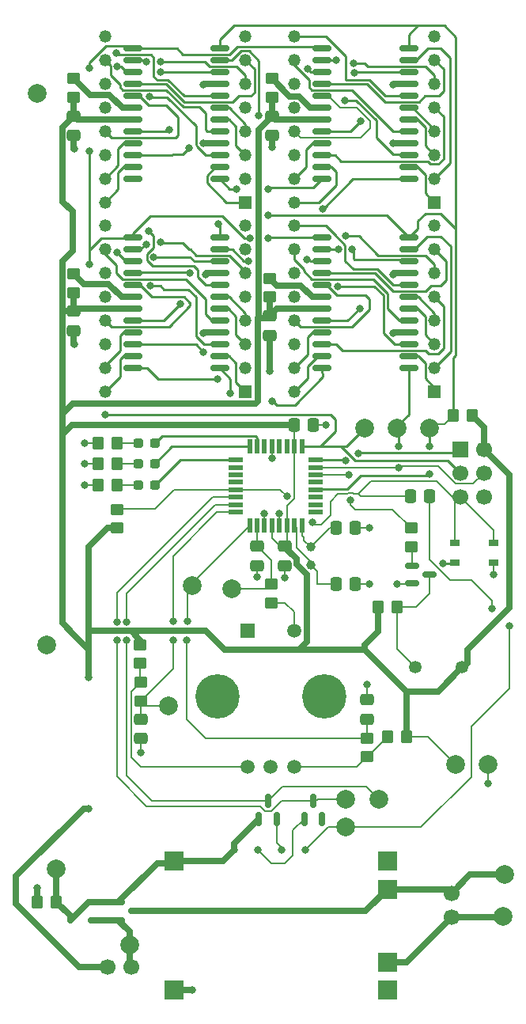
<source format=gbr>
%TF.GenerationSoftware,KiCad,Pcbnew,9.0.0*%
%TF.CreationDate,2025-05-13T23:13:56+02:00*%
%TF.ProjectId,kitchen_timer-hardware,6b697463-6865-46e5-9f74-696d65722d68,rev?*%
%TF.SameCoordinates,Original*%
%TF.FileFunction,Copper,L1,Top*%
%TF.FilePolarity,Positive*%
%FSLAX46Y46*%
G04 Gerber Fmt 4.6, Leading zero omitted, Abs format (unit mm)*
G04 Created by KiCad (PCBNEW 9.0.0) date 2025-05-13 23:13:56*
%MOMM*%
%LPD*%
G01*
G04 APERTURE LIST*
G04 Aperture macros list*
%AMRoundRect*
0 Rectangle with rounded corners*
0 $1 Rounding radius*
0 $2 $3 $4 $5 $6 $7 $8 $9 X,Y pos of 4 corners*
0 Add a 4 corners polygon primitive as box body*
4,1,4,$2,$3,$4,$5,$6,$7,$8,$9,$2,$3,0*
0 Add four circle primitives for the rounded corners*
1,1,$1+$1,$2,$3*
1,1,$1+$1,$4,$5*
1,1,$1+$1,$6,$7*
1,1,$1+$1,$8,$9*
0 Add four rect primitives between the rounded corners*
20,1,$1+$1,$2,$3,$4,$5,0*
20,1,$1+$1,$4,$5,$6,$7,0*
20,1,$1+$1,$6,$7,$8,$9,0*
20,1,$1+$1,$8,$9,$2,$3,0*%
G04 Aperture macros list end*
%TA.AperFunction,SMDPad,CuDef*%
%ADD10RoundRect,0.250000X-0.337500X-0.475000X0.337500X-0.475000X0.337500X0.475000X-0.337500X0.475000X0*%
%TD*%
%TA.AperFunction,SMDPad,CuDef*%
%ADD11RoundRect,0.237500X-0.287500X-0.237500X0.287500X-0.237500X0.287500X0.237500X-0.287500X0.237500X0*%
%TD*%
%TA.AperFunction,SMDPad,CuDef*%
%ADD12RoundRect,0.250000X0.475000X-0.337500X0.475000X0.337500X-0.475000X0.337500X-0.475000X-0.337500X0*%
%TD*%
%TA.AperFunction,SMDPad,CuDef*%
%ADD13RoundRect,0.250000X-0.450000X0.350000X-0.450000X-0.350000X0.450000X-0.350000X0.450000X0.350000X0*%
%TD*%
%TA.AperFunction,SMDPad,CuDef*%
%ADD14RoundRect,0.250000X-0.475000X0.337500X-0.475000X-0.337500X0.475000X-0.337500X0.475000X0.337500X0*%
%TD*%
%TA.AperFunction,SMDPad,CuDef*%
%ADD15R,1.050000X0.650000*%
%TD*%
%TA.AperFunction,ComponentPad*%
%ADD16R,1.700000X1.700000*%
%TD*%
%TA.AperFunction,ComponentPad*%
%ADD17C,1.700000*%
%TD*%
%TA.AperFunction,SMDPad,CuDef*%
%ADD18RoundRect,0.150000X0.875000X0.150000X-0.875000X0.150000X-0.875000X-0.150000X0.875000X-0.150000X0*%
%TD*%
%TA.AperFunction,SMDPad,CuDef*%
%ADD19RoundRect,0.250000X0.350000X0.450000X-0.350000X0.450000X-0.350000X-0.450000X0.350000X-0.450000X0*%
%TD*%
%TA.AperFunction,ComponentPad*%
%ADD20R,1.320000X1.320000*%
%TD*%
%TA.AperFunction,ComponentPad*%
%ADD21C,1.320000*%
%TD*%
%TA.AperFunction,SMDPad,CuDef*%
%ADD22C,2.000000*%
%TD*%
%TA.AperFunction,ComponentPad*%
%ADD23C,1.350000*%
%TD*%
%TA.AperFunction,ComponentPad*%
%ADD24C,1.000000*%
%TD*%
%TA.AperFunction,SMDPad,CuDef*%
%ADD25RoundRect,0.250000X-0.350000X-0.450000X0.350000X-0.450000X0.350000X0.450000X-0.350000X0.450000X0*%
%TD*%
%TA.AperFunction,SMDPad,CuDef*%
%ADD26RoundRect,0.150000X0.150000X-0.587500X0.150000X0.587500X-0.150000X0.587500X-0.150000X-0.587500X0*%
%TD*%
%TA.AperFunction,SMDPad,CuDef*%
%ADD27RoundRect,0.150000X-0.587500X-0.150000X0.587500X-0.150000X0.587500X0.150000X-0.587500X0.150000X0*%
%TD*%
%TA.AperFunction,SMDPad,CuDef*%
%ADD28RoundRect,0.250000X0.450000X-0.350000X0.450000X0.350000X-0.450000X0.350000X-0.450000X-0.350000X0*%
%TD*%
%TA.AperFunction,SMDPad,CuDef*%
%ADD29R,2.000000X2.000000*%
%TD*%
%TA.AperFunction,ComponentPad*%
%ADD30R,1.500000X1.500000*%
%TD*%
%TA.AperFunction,ComponentPad*%
%ADD31C,1.500000*%
%TD*%
%TA.AperFunction,ComponentPad*%
%ADD32C,4.740000*%
%TD*%
%TA.AperFunction,SMDPad,CuDef*%
%ADD33R,0.550000X1.600000*%
%TD*%
%TA.AperFunction,SMDPad,CuDef*%
%ADD34R,1.600000X0.550000*%
%TD*%
%TA.AperFunction,SMDPad,CuDef*%
%ADD35RoundRect,0.250000X0.337500X0.475000X-0.337500X0.475000X-0.337500X-0.475000X0.337500X-0.475000X0*%
%TD*%
%TA.AperFunction,SMDPad,CuDef*%
%ADD36RoundRect,0.125000X0.125000X0.125000X-0.125000X0.125000X-0.125000X-0.125000X0.125000X-0.125000X0*%
%TD*%
%TA.AperFunction,ViaPad*%
%ADD37C,0.800000*%
%TD*%
%TA.AperFunction,Conductor*%
%ADD38C,0.635000*%
%TD*%
%TA.AperFunction,Conductor*%
%ADD39C,0.200000*%
%TD*%
%TA.AperFunction,Conductor*%
%ADD40C,0.254000*%
%TD*%
G04 APERTURE END LIST*
D10*
%TO.P,C8,1*%
%TO.N,/Microcontroller/XTAL2*%
X164002500Y-87184000D03*
%TO.P,C8,2*%
%TO.N,GND*%
X166077500Y-87184000D03*
%TD*%
D11*
%TO.P,D3,1,K*%
%TO.N,Net-(D3-K)*%
X142827400Y-78130400D03*
%TO.P,D3,2,A*%
%TO.N,/Microcontroller/TEST_LED1*%
X144577400Y-78130400D03*
%TD*%
D12*
%TO.P,C12,1*%
%TO.N,/Microcontroller/ENCODER_CH_B*%
X167273600Y-107615900D03*
%TO.P,C12,2*%
%TO.N,GND*%
X167273600Y-105540900D03*
%TD*%
D13*
%TO.P,R14,1*%
%TO.N,Net-(U6-CHANNEL_A)*%
X143077500Y-103684000D03*
%TO.P,R14,2*%
%TO.N,/Microcontroller/ENCODER_CH_A*%
X143077500Y-105684000D03*
%TD*%
D14*
%TO.P,C15,1*%
%TO.N,+5V*%
X157113600Y-43114000D03*
%TO.P,C15,2*%
%TO.N,GND*%
X157113600Y-45189000D03*
%TD*%
D15*
%TO.P,SW2,1,1*%
%TO.N,GND*%
X180888000Y-90932000D03*
%TO.P,SW2,2,2*%
X176738000Y-90932000D03*
%TO.P,SW2,3,3*%
%TO.N,/Microcontroller/RESET*%
X180888000Y-88782000D03*
%TO.P,SW2,4,4*%
X176738000Y-88782000D03*
%TD*%
D16*
%TO.P,J3,1,MISO*%
%TO.N,/Microcontroller/MISO*%
X177270400Y-78755000D03*
D17*
%TO.P,J3,2,VCC*%
%TO.N,+5V*%
X179810400Y-78755000D03*
%TO.P,J3,3,SCK*%
%TO.N,/LED Matrices Drivers/SCK*%
X177270400Y-81295000D03*
%TO.P,J3,4,MOSI*%
%TO.N,/LED Matrices Drivers/MOSI*%
X179810400Y-81295000D03*
%TO.P,J3,5,~{RST}*%
%TO.N,/Microcontroller/RESET*%
X177270400Y-83835000D03*
%TO.P,J3,6,GND*%
%TO.N,GND*%
X179810400Y-83835000D03*
%TD*%
D18*
%TO.P,U9,1,DIN*%
%TO.N,Net-(U8-DOUT)*%
X171777000Y-49850000D03*
%TO.P,U9,2,DIG_0*%
%TO.N,/LED Matrices Drivers/Mat2A.DIG_0*%
X171777000Y-48580000D03*
%TO.P,U9,3,DIG_4*%
%TO.N,/LED Matrices Drivers/Mat2A.DIG_4*%
X171777000Y-47310000D03*
%TO.P,U9,4,GND*%
%TO.N,GND*%
X171777000Y-46040000D03*
%TO.P,U9,5,DIG_6*%
%TO.N,/LED Matrices Drivers/Mat2A.DIG_6*%
X171777000Y-44770000D03*
%TO.P,U9,6,DIG_2*%
%TO.N,/LED Matrices Drivers/Mat2A.DIG_2*%
X171777000Y-43500000D03*
%TO.P,U9,7,DIG_3*%
%TO.N,/LED Matrices Drivers/Mat2A.DIG_3*%
X171777000Y-42230000D03*
%TO.P,U9,8,DIG_7*%
%TO.N,/LED Matrices Drivers/Mat2A.DIG_7*%
X171777000Y-40960000D03*
%TO.P,U9,9,GND*%
%TO.N,GND*%
X171777000Y-39690000D03*
%TO.P,U9,10,DIG_5*%
%TO.N,/LED Matrices Drivers/Mat2A.DIG_5*%
X171777000Y-38420000D03*
%TO.P,U9,11,DIG_1*%
%TO.N,/LED Matrices Drivers/Mat2A.DIG_1*%
X171777000Y-37150000D03*
%TO.P,U9,12,LOAD*%
%TO.N,/LED Matrices Drivers/CS*%
X171777000Y-35880000D03*
%TO.P,U9,13,CLK*%
%TO.N,/LED Matrices Drivers/SCK*%
X162477000Y-35880000D03*
%TO.P,U9,14,SEG_A*%
%TO.N,/LED Matrices Drivers/Mat2A.SEG_A*%
X162477000Y-37150000D03*
%TO.P,U9,15,SEG_F*%
%TO.N,/LED Matrices Drivers/Mat2A.SEG_F*%
X162477000Y-38420000D03*
%TO.P,U9,16,SEG_B*%
%TO.N,/LED Matrices Drivers/Mat2A.SEG_B*%
X162477000Y-39690000D03*
%TO.P,U9,17,SEG_G*%
%TO.N,/LED Matrices Drivers/Mat2A.SEG_G*%
X162477000Y-40960000D03*
%TO.P,U9,18,ISET*%
%TO.N,Net-(U9-ISET)*%
X162477000Y-42230000D03*
%TO.P,U9,19,V+*%
%TO.N,+5V*%
X162477000Y-43500000D03*
%TO.P,U9,20,SEG_C*%
%TO.N,/LED Matrices Drivers/Mat2A.SEG_C*%
X162477000Y-44770000D03*
%TO.P,U9,21,SEG_E*%
%TO.N,/LED Matrices Drivers/Mat2A.SEG_E*%
X162477000Y-46040000D03*
%TO.P,U9,22,SEG_DP*%
%TO.N,/LED Matrices Drivers/Mat2A.SEG_DP*%
X162477000Y-47310000D03*
%TO.P,U9,23,SEG_D*%
%TO.N,/LED Matrices Drivers/Mat2A.SEG_D*%
X162477000Y-48580000D03*
%TO.P,U9,24,DOUT*%
%TO.N,Net-(U10-DIN)*%
X162477000Y-49850000D03*
%TD*%
D19*
%TO.P,R13,1*%
%TO.N,+5V*%
X171524800Y-109495200D03*
%TO.P,R13,2*%
%TO.N,Net-(U6-CHANNEL_B)*%
X169524800Y-109495200D03*
%TD*%
D20*
%TO.P,U14,01,R1*%
%TO.N,/LED Matrices Drivers/Mat2B.DIG_0*%
X154273000Y-52350000D03*
D21*
%TO.P,U14,02,R2*%
%TO.N,/LED Matrices Drivers/Mat2B.DIG_1*%
X154273000Y-49810000D03*
%TO.P,U14,03,R3*%
%TO.N,/LED Matrices Drivers/Mat2B.DIG_2*%
X154273000Y-47270000D03*
%TO.P,U14,04,R4*%
%TO.N,/LED Matrices Drivers/Mat2B.DIG_3*%
X154273000Y-44730000D03*
%TO.P,U14,05,C1*%
%TO.N,/LED Matrices Drivers/Mat2B.SEG_DP*%
X154273000Y-42190000D03*
%TO.P,U14,06,C2*%
%TO.N,/LED Matrices Drivers/Mat2B.SEG_A*%
X154273000Y-39650000D03*
%TO.P,U14,07,C3*%
%TO.N,/LED Matrices Drivers/Mat2B.SEG_B*%
X154273000Y-37110000D03*
%TO.P,U14,08,C4*%
%TO.N,/LED Matrices Drivers/Mat2B.SEG_C*%
X154273000Y-34570000D03*
%TO.P,U14,09,R8*%
%TO.N,/LED Matrices Drivers/Mat2B.DIG_7*%
X139253000Y-34570000D03*
%TO.P,U14,10,R7*%
%TO.N,/LED Matrices Drivers/Mat2B.DIG_6*%
X139253000Y-37110000D03*
%TO.P,U14,11,R6*%
%TO.N,/LED Matrices Drivers/Mat2B.DIG_5*%
X139253000Y-39650000D03*
%TO.P,U14,12,R5*%
%TO.N,/LED Matrices Drivers/Mat2B.DIG_4*%
X139253000Y-42190000D03*
%TO.P,U14,13,C8*%
%TO.N,/LED Matrices Drivers/Mat2B.SEG_G*%
X139253000Y-44730000D03*
%TO.P,U14,14,C7*%
%TO.N,/LED Matrices Drivers/Mat2B.SEG_F*%
X139253000Y-47270000D03*
%TO.P,U14,15,C6*%
%TO.N,/LED Matrices Drivers/Mat2B.SEG_E*%
X139253000Y-49810000D03*
%TO.P,U14,16,C5*%
%TO.N,/LED Matrices Drivers/Mat2B.SEG_D*%
X139253000Y-52350000D03*
%TD*%
D22*
%TO.P,TP3,1,1*%
%TO.N,/LED Matrices Drivers/SCK*%
X167070400Y-76504800D03*
%TD*%
D11*
%TO.P,D4,1,K*%
%TO.N,Net-(D4-K)*%
X142827400Y-80267400D03*
%TO.P,D4,2,A*%
%TO.N,/Microcontroller/TEST_LED2*%
X144577400Y-80267400D03*
%TD*%
D14*
%TO.P,C5,1*%
%TO.N,+5V*%
X158540000Y-89146500D03*
%TO.P,C5,2*%
%TO.N,GND*%
X158540000Y-91221500D03*
%TD*%
D18*
%TO.P,U10,1,DIN*%
%TO.N,Net-(U10-DIN)*%
X151523000Y-49850000D03*
%TO.P,U10,2,DIG_0*%
%TO.N,/LED Matrices Drivers/Mat2B.DIG_0*%
X151523000Y-48580000D03*
%TO.P,U10,3,DIG_4*%
%TO.N,/LED Matrices Drivers/Mat2B.DIG_4*%
X151523000Y-47310000D03*
%TO.P,U10,4,GND*%
%TO.N,GND*%
X151523000Y-46040000D03*
%TO.P,U10,5,DIG_6*%
%TO.N,/LED Matrices Drivers/Mat2B.DIG_6*%
X151523000Y-44770000D03*
%TO.P,U10,6,DIG_2*%
%TO.N,/LED Matrices Drivers/Mat2B.DIG_2*%
X151523000Y-43500000D03*
%TO.P,U10,7,DIG_3*%
%TO.N,/LED Matrices Drivers/Mat2B.DIG_3*%
X151523000Y-42230000D03*
%TO.P,U10,8,DIG_7*%
%TO.N,/LED Matrices Drivers/Mat2B.DIG_7*%
X151523000Y-40960000D03*
%TO.P,U10,9,GND*%
%TO.N,GND*%
X151523000Y-39690000D03*
%TO.P,U10,10,DIG_5*%
%TO.N,/LED Matrices Drivers/Mat2B.DIG_5*%
X151523000Y-38420000D03*
%TO.P,U10,11,DIG_1*%
%TO.N,/LED Matrices Drivers/Mat2B.DIG_1*%
X151523000Y-37150000D03*
%TO.P,U10,12,LOAD*%
%TO.N,/LED Matrices Drivers/CS*%
X151523000Y-35880000D03*
%TO.P,U10,13,CLK*%
%TO.N,/LED Matrices Drivers/SCK*%
X142223000Y-35880000D03*
%TO.P,U10,14,SEG_A*%
%TO.N,/LED Matrices Drivers/Mat2B.SEG_A*%
X142223000Y-37150000D03*
%TO.P,U10,15,SEG_F*%
%TO.N,/LED Matrices Drivers/Mat2B.SEG_F*%
X142223000Y-38420000D03*
%TO.P,U10,16,SEG_B*%
%TO.N,/LED Matrices Drivers/Mat2B.SEG_B*%
X142223000Y-39690000D03*
%TO.P,U10,17,SEG_G*%
%TO.N,/LED Matrices Drivers/Mat2B.SEG_G*%
X142223000Y-40960000D03*
%TO.P,U10,18,ISET*%
%TO.N,Net-(U10-ISET)*%
X142223000Y-42230000D03*
%TO.P,U10,19,V+*%
%TO.N,+5V*%
X142223000Y-43500000D03*
%TO.P,U10,20,SEG_C*%
%TO.N,/LED Matrices Drivers/Mat2B.SEG_C*%
X142223000Y-44770000D03*
%TO.P,U10,21,SEG_E*%
%TO.N,/LED Matrices Drivers/Mat2B.SEG_E*%
X142223000Y-46040000D03*
%TO.P,U10,22,SEG_DP*%
%TO.N,/LED Matrices Drivers/Mat2B.SEG_DP*%
X142223000Y-47310000D03*
%TO.P,U10,23,SEG_D*%
%TO.N,/LED Matrices Drivers/Mat2B.SEG_D*%
X142223000Y-48580000D03*
%TO.P,U10,24,DOUT*%
%TO.N,unconnected-(U10-DOUT-Pad24)*%
X142223000Y-49850000D03*
%TD*%
D22*
%TO.P,TP10,1,1*%
%TO.N,/Microcontroller/ENCODER_CH_B*%
X148579200Y-93370400D03*
%TD*%
D20*
%TO.P,U13,01,R1*%
%TO.N,/LED Matrices Drivers/Mat2A.DIG_0*%
X174527000Y-52350000D03*
D21*
%TO.P,U13,02,R2*%
%TO.N,/LED Matrices Drivers/Mat2A.DIG_1*%
X174527000Y-49810000D03*
%TO.P,U13,03,R3*%
%TO.N,/LED Matrices Drivers/Mat2A.DIG_2*%
X174527000Y-47270000D03*
%TO.P,U13,04,R4*%
%TO.N,/LED Matrices Drivers/Mat2A.DIG_3*%
X174527000Y-44730000D03*
%TO.P,U13,05,C1*%
%TO.N,/LED Matrices Drivers/Mat2A.SEG_DP*%
X174527000Y-42190000D03*
%TO.P,U13,06,C2*%
%TO.N,/LED Matrices Drivers/Mat2A.SEG_A*%
X174527000Y-39650000D03*
%TO.P,U13,07,C3*%
%TO.N,/LED Matrices Drivers/Mat2A.SEG_B*%
X174527000Y-37110000D03*
%TO.P,U13,08,C4*%
%TO.N,/LED Matrices Drivers/Mat2A.SEG_C*%
X174527000Y-34570000D03*
%TO.P,U13,09,R8*%
%TO.N,/LED Matrices Drivers/Mat2A.DIG_7*%
X159507000Y-34570000D03*
%TO.P,U13,10,R7*%
%TO.N,/LED Matrices Drivers/Mat2A.DIG_6*%
X159507000Y-37110000D03*
%TO.P,U13,11,R6*%
%TO.N,/LED Matrices Drivers/Mat2A.DIG_5*%
X159507000Y-39650000D03*
%TO.P,U13,12,R5*%
%TO.N,/LED Matrices Drivers/Mat2A.DIG_4*%
X159507000Y-42190000D03*
%TO.P,U13,13,C8*%
%TO.N,/LED Matrices Drivers/Mat2A.SEG_G*%
X159507000Y-44730000D03*
%TO.P,U13,14,C7*%
%TO.N,/LED Matrices Drivers/Mat2A.SEG_F*%
X159507000Y-47270000D03*
%TO.P,U13,15,C6*%
%TO.N,/LED Matrices Drivers/Mat2A.SEG_E*%
X159507000Y-49810000D03*
%TO.P,U13,16,C5*%
%TO.N,/LED Matrices Drivers/Mat2A.SEG_D*%
X159507000Y-52350000D03*
%TD*%
D22*
%TO.P,TP6,1,1*%
%TO.N,/Microcontroller/DTR*%
X165040000Y-119184000D03*
%TD*%
%TO.P,TP12,1,1*%
%TO.N,+5V*%
X176778400Y-112471200D03*
%TD*%
D23*
%TO.P,LS1,1,1*%
%TO.N,Net-(Q3-C)*%
X172495200Y-102108000D03*
%TO.P,LS1,2,2*%
%TO.N,+5V*%
X177495200Y-102108000D03*
%TD*%
D24*
%TO.P,Y1,1*%
%TO.N,/Microcontroller/XTAL1*%
X161290000Y-91134000D03*
%TO.P,Y1,2,CRYSTAL_2*%
%TO.N,/Microcontroller/XTAL2*%
X161290000Y-89234000D03*
%TD*%
D25*
%TO.P,R1,1*%
%TO.N,GND*%
X132040000Y-127184000D03*
%TO.P,R1,2*%
%TO.N,/BMS & Power Path/+5V-USB*%
X134040000Y-127184000D03*
%TD*%
D26*
%TO.P,Q1,1,G*%
%TO.N,/BMS & Power Path/+5V-USB*%
X155742000Y-118285500D03*
%TO.P,Q1,2,S*%
%TO.N,Net-(Q1-S)*%
X157642000Y-118285500D03*
%TO.P,Q1,3,D*%
%TO.N,/Microcontroller/MCU_TXD*%
X156692000Y-116410500D03*
%TD*%
D27*
%TO.P,Q3,1,B*%
%TO.N,Net-(Q3-B)*%
X172102500Y-91234000D03*
%TO.P,Q3,2,E*%
%TO.N,GND*%
X172102500Y-93134000D03*
%TO.P,Q3,3,C*%
%TO.N,Net-(Q3-C)*%
X173977500Y-92184000D03*
%TD*%
D14*
%TO.P,C13,1*%
%TO.N,+5V*%
X156885000Y-64505000D03*
%TO.P,C13,2*%
%TO.N,GND*%
X156885000Y-66580000D03*
%TD*%
D22*
%TO.P,TP9,1,1*%
%TO.N,/Microcontroller/ENCODER_CH_A*%
X146040000Y-106184000D03*
%TD*%
D28*
%TO.P,R11,1*%
%TO.N,Net-(U6-NO)*%
X157040000Y-95184000D03*
%TO.P,R11,2*%
%TO.N,/Microcontroller/SW*%
X157040000Y-93184000D03*
%TD*%
%TO.P,R15,1*%
%TO.N,Net-(U6-CHANNEL_B)*%
X167273600Y-111663600D03*
%TO.P,R15,2*%
%TO.N,/Microcontroller/ENCODER_CH_B*%
X167273600Y-109663600D03*
%TD*%
D22*
%TO.P,TP13,1,1*%
%TO.N,/+5V Boost Converter/PP_VCC*%
X141873600Y-131775200D03*
%TD*%
D14*
%TO.P,C10,1*%
%TO.N,/Microcontroller/SW*%
X155540000Y-89146500D03*
%TO.P,C10,2*%
%TO.N,GND*%
X155540000Y-91221500D03*
%TD*%
D22*
%TO.P,TP15,1,1*%
%TO.N,GND*%
X180278400Y-112471200D03*
%TD*%
D14*
%TO.P,C11,1*%
%TO.N,/Microcontroller/ENCODER_CH_A*%
X143077500Y-107646500D03*
%TO.P,C11,2*%
%TO.N,GND*%
X143077500Y-109721500D03*
%TD*%
D19*
%TO.P,R7,1*%
%TO.N,Net-(D3-K)*%
X140513400Y-78130400D03*
%TO.P,R7,2*%
%TO.N,GND*%
X138513400Y-78130400D03*
%TD*%
D22*
%TO.P,TP8,1,1*%
%TO.N,GND*%
X132040000Y-40684000D03*
%TD*%
D29*
%TO.P,U2,1,IN+*%
%TO.N,/BMS & Power Path/+5V-USB*%
X146648800Y-122843200D03*
%TO.P,U2,2,IN-*%
%TO.N,GND*%
X146648800Y-136643200D03*
%TO.P,U2,3,OUT+*%
%TO.N,unconnected-(U2-OUT+-Pad3)*%
X169508800Y-122843200D03*
%TO.P,U2,4,B+*%
%TO.N,/BMS & Power Path/BAT+*%
X169508800Y-125843200D03*
%TO.P,U2,5,B-*%
%TO.N,/BMS & Power Path/BAT-*%
X169508800Y-133643200D03*
%TO.P,U2,6,OUT-*%
%TO.N,unconnected-(U2-OUT--Pad6)*%
X169508800Y-136643200D03*
%TD*%
D11*
%TO.P,D5,1,K*%
%TO.N,Net-(D5-K)*%
X142827400Y-82630400D03*
%TO.P,D5,2,A*%
%TO.N,/Microcontroller/TEST_LED3*%
X144577400Y-82630400D03*
%TD*%
D19*
%TO.P,R6,1*%
%TO.N,+5V*%
X178540000Y-75184000D03*
%TO.P,R6,2*%
%TO.N,/LED Matrices Drivers/CS*%
X176540000Y-75184000D03*
%TD*%
D10*
%TO.P,C6,1*%
%TO.N,+5V*%
X159502500Y-76184000D03*
%TO.P,C6,2*%
%TO.N,GND*%
X161577500Y-76184000D03*
%TD*%
D19*
%TO.P,R9,1*%
%TO.N,Net-(D4-K)*%
X140513400Y-80267400D03*
%TO.P,R9,2*%
%TO.N,GND*%
X138513400Y-80267400D03*
%TD*%
D26*
%TO.P,D1,1,A*%
%TO.N,Net-(D1-A)*%
X160594000Y-118285500D03*
%TO.P,D1,2*%
%TO.N,N/C*%
X162494000Y-118285500D03*
%TO.P,D1,3,K*%
%TO.N,/Microcontroller/MCU_RXD*%
X161544000Y-116410500D03*
%TD*%
D22*
%TO.P,TP11,1,1*%
%TO.N,/Microcontroller/SW*%
X152846400Y-93684000D03*
%TD*%
D18*
%TO.P,U7,1,DIN*%
%TO.N,/LED Matrices Drivers/MOSI*%
X171777000Y-70104000D03*
%TO.P,U7,2,DIG_0*%
%TO.N,/LED Matrices Drivers/Mat1A.DIG_0*%
X171777000Y-68834000D03*
%TO.P,U7,3,DIG_4*%
%TO.N,/LED Matrices Drivers/Mat1A.DIG_4*%
X171777000Y-67564000D03*
%TO.P,U7,4,GND*%
%TO.N,GND*%
X171777000Y-66294000D03*
%TO.P,U7,5,DIG_6*%
%TO.N,/LED Matrices Drivers/Mat1A.DIG_6*%
X171777000Y-65024000D03*
%TO.P,U7,6,DIG_2*%
%TO.N,/LED Matrices Drivers/Mat1A.DIG_2*%
X171777000Y-63754000D03*
%TO.P,U7,7,DIG_3*%
%TO.N,/LED Matrices Drivers/Mat1A.DIG_3*%
X171777000Y-62484000D03*
%TO.P,U7,8,DIG_7*%
%TO.N,/LED Matrices Drivers/Mat1A.DIG_7*%
X171777000Y-61214000D03*
%TO.P,U7,9,GND*%
%TO.N,GND*%
X171777000Y-59944000D03*
%TO.P,U7,10,DIG_5*%
%TO.N,/LED Matrices Drivers/Mat1A.DIG_5*%
X171777000Y-58674000D03*
%TO.P,U7,11,DIG_1*%
%TO.N,/LED Matrices Drivers/Mat1A.DIG_1*%
X171777000Y-57404000D03*
%TO.P,U7,12,LOAD*%
%TO.N,/LED Matrices Drivers/CS*%
X171777000Y-56134000D03*
%TO.P,U7,13,CLK*%
%TO.N,/LED Matrices Drivers/SCK*%
X162477000Y-56134000D03*
%TO.P,U7,14,SEG_A*%
%TO.N,/LED Matrices Drivers/Mat1A.SEG_A*%
X162477000Y-57404000D03*
%TO.P,U7,15,SEG_F*%
%TO.N,/LED Matrices Drivers/Mat1A.SEG_F*%
X162477000Y-58674000D03*
%TO.P,U7,16,SEG_B*%
%TO.N,/LED Matrices Drivers/Mat1A.SEG_B*%
X162477000Y-59944000D03*
%TO.P,U7,17,SEG_G*%
%TO.N,/LED Matrices Drivers/Mat1A.SEG_G*%
X162477000Y-61214000D03*
%TO.P,U7,18,ISET*%
%TO.N,Net-(U7-ISET)*%
X162477000Y-62484000D03*
%TO.P,U7,19,V+*%
%TO.N,+5V*%
X162477000Y-63754000D03*
%TO.P,U7,20,SEG_C*%
%TO.N,/LED Matrices Drivers/Mat1A.SEG_C*%
X162477000Y-65024000D03*
%TO.P,U7,21,SEG_E*%
%TO.N,/LED Matrices Drivers/Mat1A.SEG_E*%
X162477000Y-66294000D03*
%TO.P,U7,22,SEG_DP*%
%TO.N,/LED Matrices Drivers/Mat1A.SEG_DP*%
X162477000Y-67564000D03*
%TO.P,U7,23,SEG_D*%
%TO.N,/LED Matrices Drivers/Mat1A.SEG_D*%
X162477000Y-68834000D03*
%TO.P,U7,24,DOUT*%
%TO.N,Net-(U7-DOUT)*%
X162477000Y-70104000D03*
%TD*%
D20*
%TO.P,U12,01,R1*%
%TO.N,/LED Matrices Drivers/Mat1B.DIG_0*%
X154273000Y-72604000D03*
D21*
%TO.P,U12,02,R2*%
%TO.N,/LED Matrices Drivers/Mat1B.DIG_1*%
X154273000Y-70064000D03*
%TO.P,U12,03,R3*%
%TO.N,/LED Matrices Drivers/Mat1B.DIG_2*%
X154273000Y-67524000D03*
%TO.P,U12,04,R4*%
%TO.N,/LED Matrices Drivers/Mat1B.DIG_3*%
X154273000Y-64984000D03*
%TO.P,U12,05,C1*%
%TO.N,/LED Matrices Drivers/Mat1B.SEG_DP*%
X154273000Y-62444000D03*
%TO.P,U12,06,C2*%
%TO.N,/LED Matrices Drivers/Mat1B.SEG_A*%
X154273000Y-59904000D03*
%TO.P,U12,07,C3*%
%TO.N,/LED Matrices Drivers/Mat1B.SEG_B*%
X154273000Y-57364000D03*
%TO.P,U12,08,C4*%
%TO.N,/LED Matrices Drivers/Mat1B.SEG_C*%
X154273000Y-54824000D03*
%TO.P,U12,09,R8*%
%TO.N,/LED Matrices Drivers/Mat1B.DIG_7*%
X139253000Y-54824000D03*
%TO.P,U12,10,R7*%
%TO.N,/LED Matrices Drivers/Mat1B.DIG_6*%
X139253000Y-57364000D03*
%TO.P,U12,11,R6*%
%TO.N,/LED Matrices Drivers/Mat1B.DIG_5*%
X139253000Y-59904000D03*
%TO.P,U12,12,R5*%
%TO.N,/LED Matrices Drivers/Mat1B.DIG_4*%
X139253000Y-62444000D03*
%TO.P,U12,13,C8*%
%TO.N,/LED Matrices Drivers/Mat1B.SEG_G*%
X139253000Y-64984000D03*
%TO.P,U12,14,C7*%
%TO.N,/LED Matrices Drivers/Mat1B.SEG_F*%
X139253000Y-67524000D03*
%TO.P,U12,15,C6*%
%TO.N,/LED Matrices Drivers/Mat1B.SEG_E*%
X139253000Y-70064000D03*
%TO.P,U12,16,C5*%
%TO.N,/LED Matrices Drivers/Mat1B.SEG_D*%
X139253000Y-72604000D03*
%TD*%
D22*
%TO.P,TP5,1,1*%
%TO.N,/LED Matrices Drivers/CS*%
X173979200Y-76504800D03*
%TD*%
D13*
%TO.P,R17,1*%
%TO.N,/Microcontroller/SPEAKER*%
X172040000Y-87184000D03*
%TO.P,R17,2*%
%TO.N,Net-(Q3-B)*%
X172040000Y-89184000D03*
%TD*%
D18*
%TO.P,U8,1,DIN*%
%TO.N,Net-(U7-DOUT)*%
X151523000Y-70104000D03*
%TO.P,U8,2,DIG_0*%
%TO.N,/LED Matrices Drivers/Mat1B.DIG_0*%
X151523000Y-68834000D03*
%TO.P,U8,3,DIG_4*%
%TO.N,/LED Matrices Drivers/Mat1B.DIG_4*%
X151523000Y-67564000D03*
%TO.P,U8,4,GND*%
%TO.N,GND*%
X151523000Y-66294000D03*
%TO.P,U8,5,DIG_6*%
%TO.N,/LED Matrices Drivers/Mat1B.DIG_6*%
X151523000Y-65024000D03*
%TO.P,U8,6,DIG_2*%
%TO.N,/LED Matrices Drivers/Mat1B.DIG_2*%
X151523000Y-63754000D03*
%TO.P,U8,7,DIG_3*%
%TO.N,/LED Matrices Drivers/Mat1B.DIG_3*%
X151523000Y-62484000D03*
%TO.P,U8,8,DIG_7*%
%TO.N,/LED Matrices Drivers/Mat1B.DIG_7*%
X151523000Y-61214000D03*
%TO.P,U8,9,GND*%
%TO.N,GND*%
X151523000Y-59944000D03*
%TO.P,U8,10,DIG_5*%
%TO.N,/LED Matrices Drivers/Mat1B.DIG_5*%
X151523000Y-58674000D03*
%TO.P,U8,11,DIG_1*%
%TO.N,/LED Matrices Drivers/Mat1B.DIG_1*%
X151523000Y-57404000D03*
%TO.P,U8,12,LOAD*%
%TO.N,/LED Matrices Drivers/CS*%
X151523000Y-56134000D03*
%TO.P,U8,13,CLK*%
%TO.N,/LED Matrices Drivers/SCK*%
X142223000Y-56134000D03*
%TO.P,U8,14,SEG_A*%
%TO.N,/LED Matrices Drivers/Mat1B.SEG_A*%
X142223000Y-57404000D03*
%TO.P,U8,15,SEG_F*%
%TO.N,/LED Matrices Drivers/Mat1B.SEG_F*%
X142223000Y-58674000D03*
%TO.P,U8,16,SEG_B*%
%TO.N,/LED Matrices Drivers/Mat1B.SEG_B*%
X142223000Y-59944000D03*
%TO.P,U8,17,SEG_G*%
%TO.N,/LED Matrices Drivers/Mat1B.SEG_G*%
X142223000Y-61214000D03*
%TO.P,U8,18,ISET*%
%TO.N,Net-(U8-ISET)*%
X142223000Y-62484000D03*
%TO.P,U8,19,V+*%
%TO.N,+5V*%
X142223000Y-63754000D03*
%TO.P,U8,20,SEG_C*%
%TO.N,/LED Matrices Drivers/Mat1B.SEG_C*%
X142223000Y-65024000D03*
%TO.P,U8,21,SEG_E*%
%TO.N,/LED Matrices Drivers/Mat1B.SEG_E*%
X142223000Y-66294000D03*
%TO.P,U8,22,SEG_DP*%
%TO.N,/LED Matrices Drivers/Mat1B.SEG_DP*%
X142223000Y-67564000D03*
%TO.P,U8,23,SEG_D*%
%TO.N,/LED Matrices Drivers/Mat1B.SEG_D*%
X142223000Y-68834000D03*
%TO.P,U8,24,DOUT*%
%TO.N,Net-(U8-DOUT)*%
X142223000Y-70104000D03*
%TD*%
D30*
%TO.P,U6,1,COM*%
%TO.N,GND*%
X154500000Y-98195200D03*
D31*
%TO.P,U6,2,NO*%
%TO.N,Net-(U6-NO)*%
X159500000Y-98195200D03*
%TO.P,U6,A1,CHANNEL_A*%
%TO.N,Net-(U6-CHANNEL_A)*%
X154500000Y-112695200D03*
%TO.P,U6,B1,CHANNEL_B*%
%TO.N,Net-(U6-CHANNEL_B)*%
X159500000Y-112695200D03*
%TO.P,U6,C1,COMMON*%
%TO.N,GND*%
X157000000Y-112695200D03*
D32*
%TO.P,U6,MH1,MH1*%
%TO.N,unconnected-(U6-PadMH1)*%
X151300000Y-105195200D03*
%TO.P,U6,MH2,MH2*%
%TO.N,unconnected-(U6-PadMH2)*%
X162700000Y-105195200D03*
%TD*%
D28*
%TO.P,R21,1*%
%TO.N,+5V*%
X135930000Y-41103500D03*
%TO.P,R21,2*%
%TO.N,Net-(U10-ISET)*%
X135930000Y-39103500D03*
%TD*%
D27*
%TO.P,Q2,1,G*%
%TO.N,/BMS & Power Path/+5V-USB*%
X140665000Y-127234000D03*
%TO.P,Q2,2,S*%
%TO.N,/+5V Boost Converter/PP_VCC*%
X140665000Y-129134000D03*
%TO.P,Q2,3,D*%
%TO.N,/BMS & Power Path/BAT+*%
X142540000Y-128184000D03*
%TD*%
D28*
%TO.P,R18,1*%
%TO.N,+5V*%
X156885000Y-62484000D03*
%TO.P,R18,2*%
%TO.N,Net-(U7-ISET)*%
X156885000Y-60484000D03*
%TD*%
D14*
%TO.P,C14,1*%
%TO.N,+5V*%
X135930000Y-64008000D03*
%TO.P,C14,2*%
%TO.N,GND*%
X135930000Y-66083000D03*
%TD*%
D19*
%TO.P,R10,1*%
%TO.N,Net-(D5-K)*%
X140513400Y-82630400D03*
%TO.P,R10,2*%
%TO.N,GND*%
X138513400Y-82630400D03*
%TD*%
D20*
%TO.P,U11,01,R1*%
%TO.N,/LED Matrices Drivers/Mat1A.DIG_0*%
X174527000Y-72604000D03*
D21*
%TO.P,U11,02,R2*%
%TO.N,/LED Matrices Drivers/Mat1A.DIG_1*%
X174527000Y-70064000D03*
%TO.P,U11,03,R3*%
%TO.N,/LED Matrices Drivers/Mat1A.DIG_2*%
X174527000Y-67524000D03*
%TO.P,U11,04,R4*%
%TO.N,/LED Matrices Drivers/Mat1A.DIG_3*%
X174527000Y-64984000D03*
%TO.P,U11,05,C1*%
%TO.N,/LED Matrices Drivers/Mat1A.SEG_DP*%
X174527000Y-62444000D03*
%TO.P,U11,06,C2*%
%TO.N,/LED Matrices Drivers/Mat1A.SEG_A*%
X174527000Y-59904000D03*
%TO.P,U11,07,C3*%
%TO.N,/LED Matrices Drivers/Mat1A.SEG_B*%
X174527000Y-57364000D03*
%TO.P,U11,08,C4*%
%TO.N,/LED Matrices Drivers/Mat1A.SEG_C*%
X174527000Y-54824000D03*
%TO.P,U11,09,R8*%
%TO.N,/LED Matrices Drivers/Mat1A.DIG_7*%
X159507000Y-54824000D03*
%TO.P,U11,10,R7*%
%TO.N,/LED Matrices Drivers/Mat1A.DIG_6*%
X159507000Y-57364000D03*
%TO.P,U11,11,R6*%
%TO.N,/LED Matrices Drivers/Mat1A.DIG_5*%
X159507000Y-59904000D03*
%TO.P,U11,12,R5*%
%TO.N,/LED Matrices Drivers/Mat1A.DIG_4*%
X159507000Y-62444000D03*
%TO.P,U11,13,C8*%
%TO.N,/LED Matrices Drivers/Mat1A.SEG_G*%
X159507000Y-64984000D03*
%TO.P,U11,14,C7*%
%TO.N,/LED Matrices Drivers/Mat1A.SEG_F*%
X159507000Y-67524000D03*
%TO.P,U11,15,C6*%
%TO.N,/LED Matrices Drivers/Mat1A.SEG_E*%
X159507000Y-70064000D03*
%TO.P,U11,16,C5*%
%TO.N,/LED Matrices Drivers/Mat1A.SEG_D*%
X159507000Y-72604000D03*
%TD*%
D19*
%TO.P,R16,1*%
%TO.N,Net-(Q3-C)*%
X170508800Y-95605600D03*
%TO.P,R16,2*%
%TO.N,+5V*%
X168508800Y-95605600D03*
%TD*%
D22*
%TO.P,TP4,1,1*%
%TO.N,/Microcontroller/MCU_TXD*%
X168540000Y-116184000D03*
%TD*%
D28*
%TO.P,R19,1*%
%TO.N,+5V*%
X135930000Y-61987000D03*
%TO.P,R19,2*%
%TO.N,Net-(U8-ISET)*%
X135930000Y-59987000D03*
%TD*%
D33*
%TO.P,U5,1,PD3*%
%TO.N,/Microcontroller/ENCODER_CH_B*%
X154740000Y-86945200D03*
%TO.P,U5,2,PD4*%
%TO.N,/Microcontroller/SW*%
X155540000Y-86945200D03*
%TO.P,U5,3,GND*%
%TO.N,GND*%
X156340000Y-86945200D03*
%TO.P,U5,4,VCC*%
%TO.N,+5V*%
X157140000Y-86945200D03*
%TO.P,U5,5,GND*%
%TO.N,GND*%
X157940000Y-86945200D03*
%TO.P,U5,6,VCC*%
%TO.N,+5V*%
X158740000Y-86945200D03*
%TO.P,U5,7,XTAL1/PB6*%
%TO.N,/Microcontroller/XTAL1*%
X159540000Y-86945200D03*
%TO.P,U5,8,XTAL2/PB7*%
%TO.N,/Microcontroller/XTAL2*%
X160340000Y-86945200D03*
D34*
%TO.P,U5,9,PD5*%
%TO.N,unconnected-(U5-PD5-Pad9)*%
X161790000Y-85495200D03*
%TO.P,U5,10,PD6*%
%TO.N,unconnected-(U5-PD6-Pad10)*%
X161790000Y-84695200D03*
%TO.P,U5,11,PD7*%
%TO.N,unconnected-(U5-PD7-Pad11)*%
X161790000Y-83895200D03*
%TO.P,U5,12,PB0*%
%TO.N,/LED Matrices Drivers/CS*%
X161790000Y-83095200D03*
%TO.P,U5,13,PB1*%
%TO.N,unconnected-(U5-PB1-Pad13)*%
X161790000Y-82295200D03*
%TO.P,U5,14,PB2*%
%TO.N,/Microcontroller/SPEAKER*%
X161790000Y-81495200D03*
%TO.P,U5,15,PB3*%
%TO.N,/LED Matrices Drivers/MOSI*%
X161790000Y-80695200D03*
%TO.P,U5,16,PB4*%
%TO.N,/Microcontroller/MISO*%
X161790000Y-79895200D03*
D33*
%TO.P,U5,17,PB5*%
%TO.N,/LED Matrices Drivers/SCK*%
X160340000Y-78445200D03*
%TO.P,U5,18,AVCC*%
%TO.N,+5V*%
X159540000Y-78445200D03*
%TO.P,U5,19,ADC6*%
%TO.N,unconnected-(U5-ADC6-Pad19)*%
X158740000Y-78445200D03*
%TO.P,U5,20,AREF*%
%TO.N,unconnected-(U5-AREF-Pad20)*%
X157940000Y-78445200D03*
%TO.P,U5,21,GND*%
%TO.N,GND*%
X157140000Y-78445200D03*
%TO.P,U5,22,ADC7*%
%TO.N,unconnected-(U5-ADC7-Pad22)*%
X156340000Y-78445200D03*
%TO.P,U5,23,PC0*%
%TO.N,/Microcontroller/TEST_LED1*%
X155540000Y-78445200D03*
%TO.P,U5,24,PC1*%
%TO.N,/Microcontroller/TEST_LED2*%
X154740000Y-78445200D03*
D34*
%TO.P,U5,25,PC2*%
%TO.N,/Microcontroller/TEST_LED3*%
X153290000Y-79895200D03*
%TO.P,U5,26,PC3*%
%TO.N,unconnected-(U5-PC3-Pad26)*%
X153290000Y-80695200D03*
%TO.P,U5,27,PC4*%
%TO.N,unconnected-(U5-PC4-Pad27)*%
X153290000Y-81495200D03*
%TO.P,U5,28,PC5*%
%TO.N,unconnected-(U5-PC5-Pad28)*%
X153290000Y-82295200D03*
%TO.P,U5,29,~{RESET}/PC6*%
%TO.N,/Microcontroller/RESET*%
X153290000Y-83095200D03*
%TO.P,U5,30,PD0*%
%TO.N,/Microcontroller/MCU_RXD*%
X153290000Y-83895200D03*
%TO.P,U5,31,PD1*%
%TO.N,/Microcontroller/MCU_TXD*%
X153290000Y-84695200D03*
%TO.P,U5,32,PD2*%
%TO.N,/Microcontroller/ENCODER_CH_A*%
X153290000Y-85495200D03*
%TD*%
D13*
%TO.P,R12,1*%
%TO.N,+5V*%
X143040000Y-99684000D03*
%TO.P,R12,2*%
%TO.N,Net-(U6-CHANNEL_A)*%
X143040000Y-101684000D03*
%TD*%
D22*
%TO.P,TP7,1,1*%
%TO.N,/BMS & Power Path/+5V-USB*%
X134040000Y-123684000D03*
%TD*%
D35*
%TO.P,C9,1*%
%TO.N,/Microcontroller/DTR*%
X174000700Y-83820000D03*
%TO.P,C9,2*%
%TO.N,/Microcontroller/RESET*%
X171925700Y-83820000D03*
%TD*%
D36*
%TO.P,D2,1,K*%
%TO.N,/+5V Boost Converter/PP_VCC*%
X137740000Y-129184000D03*
%TO.P,D2,2,A*%
%TO.N,/BMS & Power Path/+5V-USB*%
X135540000Y-129184000D03*
%TD*%
D28*
%TO.P,R20,1*%
%TO.N,+5V*%
X157113600Y-41103500D03*
%TO.P,R20,2*%
%TO.N,Net-(U9-ISET)*%
X157113600Y-39103500D03*
%TD*%
D14*
%TO.P,C16,1*%
%TO.N,+5V*%
X135930000Y-43114000D03*
%TO.P,C16,2*%
%TO.N,GND*%
X135930000Y-45189000D03*
%TD*%
D28*
%TO.P,R8,1*%
%TO.N,+5V*%
X140540000Y-87184000D03*
%TO.P,R8,2*%
%TO.N,/Microcontroller/RESET*%
X140540000Y-85184000D03*
%TD*%
D22*
%TO.P,TP14,1,1*%
%TO.N,GND*%
X133040000Y-99684000D03*
%TD*%
%TO.P,TP16,1,1*%
%TO.N,/BMS & Power Path/BAT+*%
X182040000Y-124284000D03*
%TD*%
%TO.P,TP17,1,1*%
%TO.N,/BMS & Power Path/BAT-*%
X181904000Y-128727200D03*
%TD*%
D10*
%TO.P,C7,1*%
%TO.N,/Microcontroller/XTAL1*%
X164002500Y-93184000D03*
%TO.P,C7,2*%
%TO.N,GND*%
X166077500Y-93184000D03*
%TD*%
D22*
%TO.P,TP1,1,1*%
%TO.N,/LED Matrices Drivers/MOSI*%
X170524800Y-76504800D03*
%TD*%
%TO.P,TP2,1,1*%
%TO.N,/Microcontroller/MCU_RXD*%
X165040000Y-116184000D03*
%TD*%
D17*
%TO.P,J2,1,Pin_1*%
%TO.N,/+5V Boost Converter/PP_VCC*%
X142085200Y-134148800D03*
%TO.P,J2,2,Pin_2*%
%TO.N,/+5V Boost Converter/PP_VCC_after_switch*%
X139545200Y-134148800D03*
%TD*%
%TO.P,J1,1,Pin_1*%
%TO.N,/BMS & Power Path/BAT+*%
X176352800Y-126280400D03*
%TO.P,J1,2,Pin_2*%
%TO.N,/BMS & Power Path/BAT-*%
X176352800Y-128820400D03*
%TD*%
D37*
%TO.N,GND*%
X148579200Y-136652000D03*
X167540000Y-87184000D03*
X170540000Y-93184000D03*
X170118400Y-66344800D03*
X149798400Y-66344800D03*
X156910400Y-70408800D03*
X149798400Y-39725600D03*
X150001600Y-60045600D03*
X133040000Y-99684000D03*
X157113600Y-46431200D03*
X135980800Y-46634400D03*
X157940000Y-85684000D03*
X167540000Y-93184000D03*
X175401600Y-90940184D03*
X137077400Y-82630400D03*
X137077400Y-78130400D03*
X149798400Y-46024800D03*
X132040000Y-40684000D03*
X180278400Y-114503200D03*
X167273600Y-103936800D03*
X170118400Y-60045600D03*
X132040000Y-125684000D03*
X156340000Y-85684000D03*
X155524827Y-92422999D03*
X143077500Y-111184000D03*
X180888000Y-92151200D03*
X170118400Y-39725600D03*
X157140000Y-79684000D03*
X137077400Y-80267400D03*
X135980800Y-67564000D03*
X162863000Y-76184000D03*
X158529504Y-92492175D03*
X170118400Y-46024800D03*
%TO.N,+5V*%
X137540000Y-103184000D03*
%TO.N,/Microcontroller/RESET*%
X161482400Y-86563200D03*
X158739200Y-83820000D03*
%TO.N,/Microcontroller/DTR*%
X180684800Y-95808800D03*
X182513600Y-97637600D03*
X160710125Y-121609400D03*
%TO.N,/Microcontroller/ENCODER_CH_A*%
X146540000Y-99184000D03*
X146540000Y-97184000D03*
%TO.N,/Microcontroller/ENCODER_CH_B*%
X148051315Y-97170655D03*
X148040000Y-99184000D03*
%TO.N,/Microcontroller/MCU_RXD*%
X140540000Y-97231203D03*
X140559943Y-99184001D03*
%TO.N,Net-(D1-A)*%
X155630125Y-121609400D03*
%TO.N,/BMS & Power Path/+5V-USB*%
X153090125Y-121609400D03*
%TO.N,/+5V Boost Converter/PP_VCC_after_switch*%
X137540000Y-117184000D03*
%TO.N,/LED Matrices Drivers/MOSI*%
X170728000Y-78419400D03*
X170728000Y-80695200D03*
%TO.N,/LED Matrices Drivers/SCK*%
X154749000Y-56184800D03*
X139322900Y-75082400D03*
X137588000Y-46862787D03*
X137588000Y-37971615D03*
X156707200Y-56184800D03*
X137588000Y-58940284D03*
%TO.N,/Microcontroller/MISO*%
X165062268Y-79995200D03*
X166365267Y-79232200D03*
%TO.N,Net-(Q1-S)*%
X158170125Y-121609400D03*
%TO.N,/Microcontroller/MCU_TXD*%
X141540003Y-97231203D03*
X141559945Y-99184000D03*
%TO.N,/LED Matrices Drivers/CS*%
X173979200Y-81381600D03*
X173979200Y-78419400D03*
X151424000Y-54626600D03*
X156704402Y-53746400D03*
%TO.N,/Microcontroller/SPEAKER*%
X165351200Y-81495200D03*
X165540000Y-84173200D03*
%TO.N,/LED Matrices Drivers/Mat1A.DIG_4*%
X164145997Y-61313000D03*
%TO.N,/LED Matrices Drivers/Mat1A.SEG_C*%
X166540000Y-63684000D03*
%TO.N,/LED Matrices Drivers/Mat1A.SEG_F*%
X160889327Y-58488107D03*
%TO.N,/LED Matrices Drivers/Mat1A.DIG_5*%
X165695044Y-57404000D03*
%TO.N,/LED Matrices Drivers/Mat1A.SEG_A*%
X164225600Y-57404000D03*
X165026209Y-55957275D03*
%TO.N,Net-(U7-DOUT)*%
X157113600Y-73633885D03*
X152643200Y-72757039D03*
%TO.N,/LED Matrices Drivers/Mat1B.SEG_F*%
X140554012Y-57707588D03*
%TO.N,/LED Matrices Drivers/Mat1B.DIG_5*%
X144477450Y-58172360D03*
%TO.N,/LED Matrices Drivers/Mat1B.DIG_4*%
X144132914Y-61299000D03*
%TO.N,/LED Matrices Drivers/Mat1B.SEG_C*%
X147342950Y-63211000D03*
%TO.N,/LED Matrices Drivers/Mat1B.DIG_7*%
X143924012Y-55390412D03*
%TO.N,/LED Matrices Drivers/Mat1B.SEG_A*%
X143720312Y-56814288D03*
X145187804Y-56639127D03*
%TO.N,Net-(U8-DOUT)*%
X151343977Y-71221600D03*
X162600000Y-53019400D03*
%TO.N,/LED Matrices Drivers/Mat1B.DIG_1*%
X154604339Y-58623200D03*
%TO.N,/LED Matrices Drivers/Mat1B.SEG_B*%
X148338337Y-59939761D03*
%TO.N,/LED Matrices Drivers/Mat1B.SEG_DP*%
X149798400Y-68376800D03*
%TO.N,/LED Matrices Drivers/Mat2A.DIG_5*%
X165948500Y-38506400D03*
%TO.N,/LED Matrices Drivers/Mat2A.SEG_F*%
X160974400Y-38100000D03*
%TO.N,/LED Matrices Drivers/Mat2A.SEG_C*%
X166601668Y-43664908D03*
%TO.N,/LED Matrices Drivers/Mat2A.DIG_4*%
X164944511Y-41445089D03*
%TO.N,Net-(U10-DIN)*%
X153306758Y-50901600D03*
X156707200Y-50901600D03*
%TO.N,/LED Matrices Drivers/Mat2A.SEG_A*%
X164040000Y-37150000D03*
X165870072Y-37490400D03*
%TO.N,/LED Matrices Drivers/Mat2B.DIG_5*%
X145199199Y-38420000D03*
%TO.N,/LED Matrices Drivers/Mat2B.DIG_7*%
X140451200Y-36338600D03*
%TO.N,/LED Matrices Drivers/Mat2B.SEG_DP*%
X148232800Y-46491200D03*
%TO.N,/LED Matrices Drivers/Mat2B.DIG_4*%
X144024895Y-41045000D03*
%TO.N,/LED Matrices Drivers/Mat2B.DIG_1*%
X155733445Y-43071328D03*
%TO.N,/LED Matrices Drivers/Mat2B.SEG_A*%
X143702400Y-37287200D03*
X145199199Y-37287200D03*
%TO.N,/LED Matrices Drivers/Mat2B.SEG_F*%
X140591252Y-37829400D03*
%TO.N,/LED Matrices Drivers/Mat2B.SEG_C*%
X146151647Y-44572354D03*
%TD*%
D38*
%TO.N,GND*%
X151523000Y-59944000D02*
X150103200Y-59944000D01*
X156885000Y-67945000D02*
X156885000Y-66580000D01*
X170133600Y-46040000D02*
X170118400Y-46024800D01*
D39*
X157940000Y-86945200D02*
X157940000Y-85684000D01*
D38*
X170220000Y-59944000D02*
X170118400Y-60045600D01*
X146648800Y-136643200D02*
X148570400Y-136643200D01*
X135930000Y-46583600D02*
X135980800Y-46634400D01*
D39*
X157140000Y-78445200D02*
X157140000Y-79684000D01*
X137077400Y-82630400D02*
X138513400Y-82630400D01*
X156340000Y-86945200D02*
X156340000Y-85684000D01*
X167273600Y-105540900D02*
X167273600Y-103936800D01*
D38*
X150103200Y-59944000D02*
X150001600Y-60045600D01*
D39*
X155540000Y-91221500D02*
X155540000Y-92407826D01*
D38*
X149834000Y-39690000D02*
X149798400Y-39725600D01*
X149813600Y-46040000D02*
X151523000Y-46040000D01*
D39*
X155540000Y-92407826D02*
X155524827Y-92422999D01*
D40*
X175401600Y-90940184D02*
X176729816Y-90940184D01*
D39*
X170540000Y-93184000D02*
X172052500Y-93184000D01*
X166077500Y-87184000D02*
X167540000Y-87184000D01*
X180278400Y-114503200D02*
X180278400Y-112471200D01*
D38*
X151523000Y-66294000D02*
X149849200Y-66294000D01*
D39*
X143077500Y-109721500D02*
X143077500Y-111184000D01*
X138513400Y-78130400D02*
X137077400Y-78130400D01*
D38*
X157113600Y-46431200D02*
X157113600Y-45189000D01*
X171777000Y-59944000D02*
X170220000Y-59944000D01*
X132040000Y-127184000D02*
X132040000Y-125684000D01*
X156910400Y-67970400D02*
X156885000Y-67945000D01*
D39*
X166077500Y-93184000D02*
X167540000Y-93184000D01*
D38*
X170169200Y-66294000D02*
X170118400Y-66344800D01*
X135930000Y-67513200D02*
X135980800Y-67564000D01*
X148570400Y-136643200D02*
X148579200Y-136652000D01*
X171777000Y-66294000D02*
X170169200Y-66294000D01*
X135930000Y-45189000D02*
X135930000Y-46583600D01*
D39*
X162863000Y-76184000D02*
X161577500Y-76184000D01*
D38*
X149849200Y-66294000D02*
X149798400Y-66344800D01*
D39*
X180888000Y-92151200D02*
X180888000Y-90932000D01*
X172052500Y-93184000D02*
X172102500Y-93134000D01*
D40*
X176729816Y-90940184D02*
X176738000Y-90932000D01*
D39*
X158540000Y-91221500D02*
X158540000Y-92481679D01*
D38*
X149798400Y-46024800D02*
X149813600Y-46040000D01*
X156910400Y-70408800D02*
X156910400Y-67970400D01*
X171777000Y-46040000D02*
X170133600Y-46040000D01*
D39*
X158540000Y-92481679D02*
X158529504Y-92492175D01*
D38*
X171777000Y-39690000D02*
X170154000Y-39690000D01*
X170154000Y-39690000D02*
X170118400Y-39725600D01*
D39*
X138513400Y-80267400D02*
X137077400Y-80267400D01*
D38*
X135930000Y-66083000D02*
X135930000Y-67513200D01*
X151523000Y-39690000D02*
X149834000Y-39690000D01*
%TO.N,+5V*%
X155666500Y-44561100D02*
X157113600Y-43114000D01*
X179810400Y-76454400D02*
X178540000Y-75184000D01*
X136184000Y-63754000D02*
X142223000Y-63754000D01*
X167040000Y-100184000D02*
X167040000Y-99700000D01*
X160040000Y-100184000D02*
X160868123Y-99355877D01*
X135930000Y-43114000D02*
X136316000Y-43500000D01*
X171524800Y-104699200D02*
X171524800Y-109495200D01*
X160040000Y-100184000D02*
X167040000Y-100184000D01*
X160868123Y-99355877D02*
X160868123Y-92152500D01*
X143040000Y-99184000D02*
X143040000Y-99684000D01*
X136009600Y-98653600D02*
X137540000Y-100184000D01*
X155641500Y-64719200D02*
X155666500Y-64694200D01*
D39*
X159540000Y-84011200D02*
X158740000Y-84811200D01*
D38*
X134685400Y-77184000D02*
X134685400Y-74879200D01*
D39*
X176778400Y-112471200D02*
X173802400Y-109495200D01*
D38*
X134685400Y-97358200D02*
X134685400Y-77184000D01*
X178040000Y-101684000D02*
X178040000Y-100184000D01*
X134685400Y-74879200D02*
X134685400Y-64109600D01*
X136316000Y-43500000D02*
X142223000Y-43500000D01*
X158540000Y-89258692D02*
X158540000Y-89146500D01*
X134685400Y-64109600D02*
X134685400Y-58624300D01*
X157113600Y-41103500D02*
X157113600Y-43114000D01*
X179810400Y-78755000D02*
X179810400Y-76454400D01*
X155370800Y-73863200D02*
X135777600Y-73863200D01*
D39*
X159540000Y-78445200D02*
X159540000Y-76221500D01*
D38*
X156885000Y-64505000D02*
X157636000Y-63754000D01*
X134685400Y-58624300D02*
X135777600Y-57532100D01*
X159783500Y-90502192D02*
X158540000Y-89258692D01*
X137540000Y-89184000D02*
X139540000Y-87184000D01*
X137540000Y-100184000D02*
X137540000Y-103184000D01*
X157636000Y-63754000D02*
X162477000Y-63754000D01*
X142040000Y-98184000D02*
X150040000Y-98184000D01*
X171540000Y-104684000D02*
X171524800Y-104699200D01*
D39*
X159540000Y-78445200D02*
X159540000Y-84011200D01*
D38*
X134686500Y-44357500D02*
X135930000Y-43114000D01*
X178040000Y-100184000D02*
X182540000Y-95684000D01*
X134787000Y-64008000D02*
X135930000Y-64008000D01*
X156885000Y-62484000D02*
X156885000Y-64505000D01*
X139540000Y-87184000D02*
X140540000Y-87184000D01*
X135777600Y-73863200D02*
X134761600Y-74879200D01*
D39*
X158740000Y-84811200D02*
X158740000Y-86945200D01*
D38*
X177616000Y-102108000D02*
X178040000Y-101684000D01*
X135777600Y-53340000D02*
X134686500Y-52248900D01*
X171540000Y-104684000D02*
X174919200Y-104684000D01*
X135980800Y-98653600D02*
X136009600Y-98653600D01*
X135685400Y-76184000D02*
X134685400Y-77184000D01*
X134685400Y-64109600D02*
X134787000Y-64008000D01*
X137540000Y-100184000D02*
X137540000Y-98184000D01*
X134761600Y-74879200D02*
X134685400Y-74879200D01*
X150040000Y-98184000D02*
X152040000Y-100184000D01*
X177495200Y-102108000D02*
X177616000Y-102108000D01*
X155641500Y-64719200D02*
X155641500Y-73592500D01*
X135777600Y-57532100D02*
X135777600Y-53340000D01*
X134686500Y-52248900D02*
X134686500Y-44357500D01*
X135980800Y-98653600D02*
X134685400Y-97358200D01*
X160868123Y-92152500D02*
X159783500Y-91067877D01*
X152040000Y-100184000D02*
X160040000Y-100184000D01*
X182540000Y-81484600D02*
X179810400Y-78755000D01*
X137540000Y-98184000D02*
X142040000Y-98184000D01*
X135930000Y-41103500D02*
X135930000Y-43114000D01*
X167040000Y-99700000D02*
X168508800Y-98231200D01*
D39*
X158002500Y-89146500D02*
X158540000Y-89146500D01*
D38*
X156885000Y-64505000D02*
X156670800Y-64719200D01*
X155666500Y-64694200D02*
X155666500Y-44561100D01*
D39*
X158740000Y-86945200D02*
X158740000Y-88946500D01*
X157140000Y-86945200D02*
X157140000Y-88284000D01*
D38*
X155641500Y-73592500D02*
X155370800Y-73863200D01*
D39*
X159540000Y-76221500D02*
X159502500Y-76184000D01*
D38*
X168508800Y-98231200D02*
X168508800Y-95605600D01*
D39*
X157140000Y-88284000D02*
X158002500Y-89146500D01*
D38*
X174919200Y-104684000D02*
X177495200Y-102108000D01*
X142040000Y-98184000D02*
X143040000Y-99184000D01*
X156670800Y-64719200D02*
X155641500Y-64719200D01*
X167040000Y-100184000D02*
X171540000Y-104684000D01*
X159783500Y-91067877D02*
X159783500Y-90502192D01*
X159502500Y-76184000D02*
X135685400Y-76184000D01*
D39*
X173802400Y-109495200D02*
X171524800Y-109495200D01*
D38*
X157499600Y-43500000D02*
X162477000Y-43500000D01*
X135930000Y-61987000D02*
X135930000Y-64008000D01*
X137540000Y-98184000D02*
X137540000Y-89184000D01*
X135930000Y-64008000D02*
X136184000Y-63754000D01*
D39*
X158740000Y-88946500D02*
X158540000Y-89146500D01*
D38*
X157113600Y-43114000D02*
X157499600Y-43500000D01*
X182540000Y-95684000D02*
X182540000Y-81484600D01*
D39*
%TO.N,/Microcontroller/XTAL1*%
X161290000Y-91134000D02*
X161290000Y-90841200D01*
X161290000Y-90841200D02*
X159755200Y-89306400D01*
X162002500Y-93184000D02*
X162002500Y-91846500D01*
X159755200Y-87160400D02*
X159540000Y-86945200D01*
X162002500Y-91846500D02*
X161290000Y-91134000D01*
X159755200Y-89306400D02*
X159755200Y-87160400D01*
X164002500Y-93184000D02*
X162002500Y-93184000D01*
%TO.N,/Microcontroller/XTAL2*%
X160340000Y-87984000D02*
X160340000Y-86945200D01*
X163340000Y-87184000D02*
X161290000Y-89234000D01*
X160540000Y-88184000D02*
X160340000Y-87984000D01*
X161290000Y-89234000D02*
X160540000Y-88484000D01*
X160540000Y-88484000D02*
X160540000Y-88184000D01*
X164002500Y-87184000D02*
X163340000Y-87184000D01*
%TO.N,/Microcontroller/RESET*%
X177270400Y-83835000D02*
X180888000Y-87452600D01*
X174792000Y-82194400D02*
X167696026Y-82194400D01*
X176738000Y-84367400D02*
X177270400Y-83835000D01*
X141077500Y-85146500D02*
X144577500Y-85146500D01*
X161482400Y-86563200D02*
X161787200Y-86868000D01*
X176432600Y-83835000D02*
X174792000Y-82194400D01*
X165881364Y-83523200D02*
X166367226Y-83523200D01*
X171925700Y-83820000D02*
X166664026Y-83820000D01*
X144577500Y-85146500D02*
X146628800Y-83095200D01*
X158014400Y-83095200D02*
X153290000Y-83095200D01*
X158739200Y-83820000D02*
X158014400Y-83095200D01*
X165198636Y-83523200D02*
X165249636Y-83472200D01*
X176738000Y-88782000D02*
X176738000Y-84367400D01*
X140540000Y-85184000D02*
X141040000Y-85184000D01*
X164200800Y-83523200D02*
X165198636Y-83523200D01*
X141040000Y-85184000D02*
X141077500Y-85146500D01*
X165249636Y-83472200D02*
X165830364Y-83472200D01*
X146628800Y-83095200D02*
X153290000Y-83095200D01*
X161787200Y-86868000D02*
X162356000Y-86868000D01*
X180888000Y-87452600D02*
X180888000Y-88782000D01*
X163389000Y-85835000D02*
X163389000Y-84335000D01*
X177270400Y-83835000D02*
X176432600Y-83835000D01*
X166664026Y-83820000D02*
X166367226Y-83523200D01*
X167696026Y-82194400D02*
X166367226Y-83523200D01*
X163389000Y-84335000D02*
X164200800Y-83523200D01*
X165830364Y-83472200D02*
X165881364Y-83523200D01*
X162356000Y-86868000D02*
X163389000Y-85835000D01*
%TO.N,/Microcontroller/DTR*%
X180684800Y-94996000D02*
X178449600Y-92760800D01*
X173077882Y-119184000D02*
X165040000Y-119184000D01*
X178449600Y-113812282D02*
X173077882Y-119184000D01*
X163135525Y-119184000D02*
X160710125Y-121609400D01*
X165040000Y-119184000D02*
X163135525Y-119184000D01*
X180684800Y-95808800D02*
X180684800Y-94996000D01*
X176214400Y-92760800D02*
X174000700Y-90547100D01*
X174000700Y-90547100D02*
X174000700Y-83820000D01*
X182513600Y-104343200D02*
X178449600Y-108407200D01*
X178449600Y-92760800D02*
X176214400Y-92760800D01*
X182513600Y-97637600D02*
X182513600Y-104343200D01*
X178449600Y-108407200D02*
X178449600Y-113812282D01*
%TO.N,/Microcontroller/SW*%
X156540000Y-93684000D02*
X152846400Y-93684000D01*
X157040000Y-93184000D02*
X156540000Y-93684000D01*
X157040000Y-93184000D02*
X157040000Y-90646500D01*
X155540000Y-86945200D02*
X155540000Y-89146500D01*
X157040000Y-90646500D02*
X155540000Y-89146500D01*
%TO.N,/Microcontroller/ENCODER_CH_A*%
X146540000Y-90184000D02*
X151228800Y-85495200D01*
X151228800Y-85495200D02*
X153290000Y-85495200D01*
X143577500Y-106184000D02*
X143077500Y-105684000D01*
X146540000Y-97184000D02*
X146540000Y-90184000D01*
X146540000Y-99184000D02*
X146540000Y-102221500D01*
X143077500Y-107646500D02*
X143077500Y-105684000D01*
X146040000Y-106184000D02*
X143577500Y-106184000D01*
X146540000Y-102221500D02*
X143077500Y-105684000D01*
%TO.N,/Microcontroller/ENCODER_CH_B*%
X148040000Y-107684000D02*
X148040000Y-99184000D01*
X148051315Y-93898285D02*
X148579200Y-93370400D01*
X148579200Y-93106000D02*
X154740000Y-86945200D01*
X167273600Y-109663600D02*
X167273600Y-107615900D01*
X148579200Y-93370400D02*
X148579200Y-93106000D01*
X148040000Y-107684000D02*
X150019600Y-109663600D01*
X148051315Y-97170655D02*
X148051315Y-93898285D01*
X167273600Y-109663600D02*
X150019600Y-109663600D01*
%TO.N,/Microcontroller/MCU_RXD*%
X140540000Y-113779200D02*
X143702400Y-116941600D01*
X155843632Y-116941600D02*
X156351032Y-117449000D01*
X150795250Y-83895200D02*
X153290000Y-83895200D01*
X161544000Y-116410500D02*
X161813500Y-116410500D01*
X143702400Y-116941600D02*
X155843632Y-116941600D01*
X140540000Y-94150450D02*
X150795250Y-83895200D01*
X162040000Y-116184000D02*
X165040000Y-116184000D01*
X140540000Y-99104908D02*
X140540000Y-113779200D01*
X158137532Y-116410500D02*
X161544000Y-116410500D01*
X140540000Y-97266500D02*
X140540000Y-94150450D01*
X156351032Y-117449000D02*
X157099032Y-117449000D01*
X157099032Y-117449000D02*
X158137532Y-116410500D01*
X161813500Y-116410500D02*
X162040000Y-116184000D01*
%TO.N,Net-(D1-A)*%
X159348800Y-119530700D02*
X159348800Y-122224800D01*
X158536000Y-123037600D02*
X157058325Y-123037600D01*
X157058325Y-123037600D02*
X155630125Y-121609400D01*
X160594000Y-118285500D02*
X159348800Y-119530700D01*
X159348800Y-122224800D02*
X158536000Y-123037600D01*
D38*
%TO.N,/+5V Boost Converter/PP_VCC*%
X141873600Y-133937200D02*
X142085200Y-134148800D01*
X141873600Y-130342600D02*
X140665000Y-129134000D01*
X141873600Y-131775200D02*
X141873600Y-130342600D01*
X137790000Y-129134000D02*
X137740000Y-129184000D01*
X141873600Y-131775200D02*
X141873600Y-133937200D01*
X140665000Y-129134000D02*
X137790000Y-129134000D01*
%TO.N,/BMS & Power Path/+5V-USB*%
X140665000Y-127234000D02*
X144861400Y-123037600D01*
X151856325Y-122843200D02*
X153090125Y-121609400D01*
X146648800Y-122843200D02*
X151856325Y-122843200D01*
X153090125Y-121609400D02*
X153090125Y-120937375D01*
X153090125Y-120937375D02*
X155742000Y-118285500D01*
X135540000Y-129184000D02*
X135540000Y-128684000D01*
X144861400Y-123037600D02*
X146454400Y-123037600D01*
X140665000Y-127234000D02*
X137490000Y-127234000D01*
X146454400Y-123037600D02*
X146648800Y-122843200D01*
X135540000Y-128684000D02*
X134040000Y-127184000D01*
X137490000Y-127234000D02*
X135540000Y-129184000D01*
X134040000Y-127184000D02*
X134040000Y-123684000D01*
D39*
%TO.N,Net-(D3-K)*%
X140513400Y-78130400D02*
X142827400Y-78130400D01*
D40*
%TO.N,/Microcontroller/TEST_LED1*%
X155330200Y-77317200D02*
X155540000Y-77527000D01*
X144577400Y-78130400D02*
X145390600Y-77317200D01*
X145390600Y-77317200D02*
X155330200Y-77317200D01*
X155540000Y-77527000D02*
X155540000Y-78445200D01*
D39*
%TO.N,Net-(D4-K)*%
X140513400Y-80267400D02*
X142827400Y-80267400D01*
D40*
%TO.N,/Microcontroller/TEST_LED2*%
X154740000Y-78445200D02*
X146399600Y-78445200D01*
X146399600Y-78445200D02*
X144577400Y-80267400D01*
D39*
%TO.N,Net-(D5-K)*%
X140513400Y-82630400D02*
X142827400Y-82630400D01*
D40*
%TO.N,/Microcontroller/TEST_LED3*%
X144577400Y-82630400D02*
X147312600Y-79895200D01*
X147312600Y-79895200D02*
X153290000Y-79895200D01*
D38*
%TO.N,/BMS & Power Path/BAT-*%
X181096800Y-128727200D02*
X181904000Y-128727200D01*
X181003600Y-128820400D02*
X181096800Y-128727200D01*
X176352800Y-128820400D02*
X181003600Y-128820400D01*
X169508800Y-133643200D02*
X171530000Y-133643200D01*
X171530000Y-133643200D02*
X176352800Y-128820400D01*
%TO.N,/BMS & Power Path/BAT+*%
X178349200Y-124284000D02*
X182040000Y-124284000D01*
X167168000Y-128184000D02*
X142540000Y-128184000D01*
X175915600Y-125843200D02*
X176352800Y-126280400D01*
X169508800Y-125843200D02*
X175915600Y-125843200D01*
X176352800Y-126280400D02*
X178349200Y-124284000D01*
X169508800Y-125843200D02*
X167168000Y-128184000D01*
%TO.N,/+5V Boost Converter/PP_VCC_after_switch*%
X129681600Y-124460000D02*
X136957600Y-117184000D01*
X136957600Y-117184000D02*
X137540000Y-117184000D01*
X139545200Y-134148800D02*
X136474400Y-134148800D01*
X136474400Y-134148800D02*
X129681600Y-127356000D01*
X129681600Y-127356000D02*
X129681600Y-124460000D01*
D39*
%TO.N,/LED Matrices Drivers/MOSI*%
X174939716Y-80592076D02*
X170831124Y-80592076D01*
D40*
X170728000Y-76098400D02*
X170728000Y-76301600D01*
D39*
X178659400Y-82446000D02*
X179810400Y-81295000D01*
D40*
X170728000Y-76708000D02*
X170524800Y-76504800D01*
D39*
X176793640Y-82446000D02*
X178659400Y-82446000D01*
X174939716Y-80592076D02*
X176793640Y-82446000D01*
D40*
X170728000Y-76301600D02*
X170524800Y-76504800D01*
X170728000Y-78419400D02*
X170728000Y-76708000D01*
D39*
X170728000Y-80695200D02*
X161790000Y-80695200D01*
D40*
X171777000Y-75049400D02*
X170728000Y-76098400D01*
D39*
X170831124Y-80592076D02*
X170728000Y-80695200D01*
D40*
X171777000Y-70104000D02*
X171777000Y-75049400D01*
%TO.N,/LED Matrices Drivers/SCK*%
X142223000Y-35880000D02*
X141923001Y-35580001D01*
X153446550Y-35661600D02*
X152600150Y-36508000D01*
X151772671Y-53769353D02*
X144092444Y-53769353D01*
X154188118Y-56184800D02*
X151772671Y-53769353D01*
X142172200Y-56184800D02*
X142223000Y-56134000D01*
X165130000Y-78445200D02*
X164428800Y-78445200D01*
X160340000Y-78445200D02*
X162278800Y-78445200D01*
X138825600Y-56184800D02*
X142172200Y-56184800D01*
X147596800Y-36508000D02*
X146968800Y-35880000D01*
X154749000Y-56184800D02*
X154188118Y-56184800D01*
X166054400Y-79959200D02*
X175934600Y-79959200D01*
X152600150Y-36508000D02*
X147596800Y-36508000D01*
X163438400Y-75082400D02*
X163904898Y-75548898D01*
X137588000Y-37377757D02*
X137588000Y-37971615D01*
X139322900Y-75082400D02*
X163438400Y-75082400D01*
X137588000Y-57422400D02*
X137588000Y-46862787D01*
X141923001Y-35580001D02*
X139385756Y-35580001D01*
X162258600Y-35661600D02*
X153446550Y-35661600D01*
X163904898Y-75548898D02*
X163904898Y-76819102D01*
X164428800Y-78445200D02*
X164540400Y-78445200D01*
X156758000Y-56134000D02*
X156707200Y-56184800D01*
X139385756Y-35580001D02*
X137588000Y-37377757D01*
X162477000Y-56134000D02*
X156758000Y-56134000D01*
X162477000Y-35880000D02*
X162258600Y-35661600D01*
X137588000Y-58940284D02*
X137588000Y-57422400D01*
X167070400Y-76504800D02*
X165130000Y-78445200D01*
X144092444Y-53769353D02*
X142223000Y-55638797D01*
X142223000Y-55638797D02*
X142223000Y-56134000D01*
X146968800Y-35880000D02*
X142223000Y-35880000D01*
X163904898Y-76819102D02*
X162278800Y-78445200D01*
X175934600Y-79959200D02*
X177270400Y-81295000D01*
X162278800Y-78445200D02*
X164428800Y-78445200D01*
X137588000Y-57422400D02*
X138825600Y-56184800D01*
X164540400Y-78445200D02*
X166054400Y-79959200D01*
%TO.N,/Microcontroller/MISO*%
X166451067Y-79146400D02*
X176879000Y-79146400D01*
X166365267Y-79232200D02*
X166451067Y-79146400D01*
X164962268Y-79895200D02*
X161790000Y-79895200D01*
X165062268Y-79995200D02*
X164962268Y-79895200D01*
X176879000Y-79146400D02*
X177270400Y-78755000D01*
D39*
%TO.N,Net-(Q3-C)*%
X172556800Y-95605600D02*
X173979200Y-94183200D01*
X170508800Y-95605600D02*
X170508800Y-100121600D01*
X173977500Y-94181500D02*
X173977500Y-92184000D01*
X173979200Y-94183200D02*
X173977500Y-94181500D01*
X170508800Y-95605600D02*
X172556800Y-95605600D01*
X170508800Y-100121600D02*
X172495200Y-102108000D01*
%TO.N,Net-(Q1-S)*%
X157642000Y-120888000D02*
X157642000Y-118285500D01*
X158040000Y-121479275D02*
X158040000Y-121286000D01*
X158040000Y-121286000D02*
X157642000Y-120888000D01*
X158170125Y-121609400D02*
X158040000Y-121479275D01*
%TO.N,/Microcontroller/MCU_TXD*%
X158219500Y-114883000D02*
X156692000Y-116410500D01*
X141540000Y-94184000D02*
X151028800Y-84695200D01*
X168540000Y-116184000D02*
X167239000Y-114883000D01*
X141540000Y-97266497D02*
X141540000Y-94184000D01*
X144266500Y-116410500D02*
X156692000Y-116410500D01*
X167239000Y-114883000D02*
X158219500Y-114883000D01*
X151028800Y-84695200D02*
X153290000Y-84695200D01*
X141540000Y-113684000D02*
X144266500Y-116410500D01*
X141540000Y-99104905D02*
X141540000Y-113684000D01*
%TO.N,Net-(Q3-B)*%
X172102500Y-89246500D02*
X172040000Y-89184000D01*
X172102500Y-91234000D02*
X172102500Y-89246500D01*
%TO.N,/LED Matrices Drivers/CS*%
X174385600Y-76098400D02*
X175625600Y-76098400D01*
D40*
X166664000Y-81584800D02*
X173776000Y-81584800D01*
X172760000Y-33426400D02*
X153049600Y-33426400D01*
X176824000Y-34645600D02*
X176824000Y-55778400D01*
X171777000Y-56134000D02*
X172760000Y-55151000D01*
X176540000Y-68968000D02*
X176824000Y-68684000D01*
X171777000Y-34409400D02*
X171777000Y-35880000D01*
X169389400Y-53746400D02*
X171777000Y-56134000D01*
X161790000Y-83095200D02*
X161841000Y-83044200D01*
X156704402Y-53746400D02*
X169389400Y-53746400D01*
X151523000Y-34953000D02*
X151523000Y-35880000D01*
X165204600Y-83044200D02*
X166664000Y-81584800D01*
X151523000Y-54725600D02*
X151523000Y-56134000D01*
X176824000Y-55168800D02*
X176824000Y-55778400D01*
X172760000Y-55151000D02*
X172760000Y-54356000D01*
X175198400Y-53543200D02*
X176824000Y-55168800D01*
X151424000Y-54626600D02*
X151523000Y-54725600D01*
D39*
X175625600Y-76098400D02*
X176540000Y-75184000D01*
D40*
X153049600Y-33426400D02*
X151523000Y-34953000D01*
X161841000Y-83044200D02*
X165204600Y-83044200D01*
X175604800Y-33426400D02*
X176824000Y-34645600D01*
X173979200Y-78419400D02*
X173979200Y-76504800D01*
X176540000Y-75184000D02*
X176540000Y-68968000D01*
D39*
X173979200Y-76504800D02*
X174385600Y-76098400D01*
D40*
X176824000Y-55778400D02*
X176824000Y-68684000D01*
X172760000Y-54356000D02*
X173572800Y-53543200D01*
X173776000Y-81584800D02*
X173979200Y-81381600D01*
X172760000Y-33426400D02*
X175604800Y-33426400D01*
X172760000Y-33426400D02*
X171777000Y-34409400D01*
X173572800Y-53543200D02*
X175198400Y-53543200D01*
D39*
%TO.N,Net-(U6-NO)*%
X159500000Y-98195200D02*
X159500000Y-96148000D01*
X157040000Y-95184000D02*
X158536000Y-95184000D01*
X159500000Y-96148000D02*
X158536000Y-95184000D01*
%TO.N,Net-(U6-CHANNEL_A)*%
X142040000Y-111684000D02*
X143051200Y-112695200D01*
X143077500Y-103684000D02*
X142040000Y-104721500D01*
X142040000Y-104721500D02*
X142040000Y-111684000D01*
X143051200Y-112695200D02*
X154500000Y-112695200D01*
X143040000Y-103146500D02*
X143040000Y-101684000D01*
X143077500Y-103184000D02*
X143040000Y-103146500D01*
X143077500Y-103684000D02*
X143077500Y-103184000D01*
%TO.N,Net-(U6-CHANNEL_B)*%
X159500000Y-112695200D02*
X166242000Y-112695200D01*
X166242000Y-112695200D02*
X167273600Y-111663600D01*
X167273600Y-111663600D02*
X167356400Y-111663600D01*
X167356400Y-111663600D02*
X169524800Y-109495200D01*
%TO.N,/Microcontroller/SPEAKER*%
X172040000Y-87184000D02*
X170040000Y-85184000D01*
X165540000Y-84684000D02*
X166040000Y-85184000D01*
X165351200Y-81495200D02*
X161790000Y-81495200D01*
X165540000Y-84173200D02*
X165540000Y-84684000D01*
X166040000Y-85184000D02*
X170040000Y-85184000D01*
D38*
%TO.N,Net-(U7-ISET)*%
X156885000Y-60484000D02*
X157666500Y-61265500D01*
X160233501Y-61265500D02*
X161452001Y-62484000D01*
X161452001Y-62484000D02*
X162477000Y-62484000D01*
X157666500Y-61265500D02*
X160233501Y-61265500D01*
%TO.N,Net-(U8-ISET)*%
X141060800Y-62484000D02*
X142223000Y-62484000D01*
X137025500Y-61082500D02*
X139659300Y-61082500D01*
X135930000Y-59987000D02*
X137025500Y-61082500D01*
X139659300Y-61082500D02*
X141060800Y-62484000D01*
%TO.N,Net-(U9-ISET)*%
X159021600Y-41011500D02*
X159995151Y-41011500D01*
X157113600Y-39103500D02*
X159021600Y-41011500D01*
X161213651Y-42230000D02*
X162477000Y-42230000D01*
X159995151Y-41011500D02*
X161213651Y-42230000D01*
%TO.N,Net-(U10-ISET)*%
X141142651Y-42230000D02*
X142223000Y-42230000D01*
X135930000Y-39103500D02*
X137655000Y-40828500D01*
X139741151Y-40828500D02*
X141142651Y-42230000D01*
X137655000Y-40828500D02*
X139741151Y-40828500D01*
D40*
%TO.N,/LED Matrices Drivers/Mat1A.DIG_0*%
X173540000Y-69572001D02*
X173540000Y-71184000D01*
X171777000Y-68834000D02*
X172801999Y-68834000D01*
X174527000Y-72171000D02*
X174527000Y-72604000D01*
X172801999Y-68834000D02*
X173540000Y-69572001D01*
X173540000Y-71184000D02*
X174527000Y-72171000D01*
%TO.N,/LED Matrices Drivers/Mat1A.SEG_E*%
X160974400Y-66771601D02*
X160974400Y-68596600D01*
X162477000Y-66294000D02*
X161452001Y-66294000D01*
X161452001Y-66294000D02*
X160974400Y-66771601D01*
X160974400Y-68596600D02*
X159507000Y-70064000D01*
%TO.N,/LED Matrices Drivers/Mat1A.SEG_D*%
X162041850Y-68834000D02*
X160974400Y-69901450D01*
X162477000Y-68834000D02*
X162041850Y-68834000D01*
X160974400Y-69901450D02*
X160974400Y-71136600D01*
X160974400Y-71136600D02*
X159507000Y-72604000D01*
%TO.N,/LED Matrices Drivers/Mat1A.DIG_6*%
X169525734Y-62094534D02*
X168017200Y-60586000D01*
X171777000Y-65024000D02*
X170790800Y-65024000D01*
X161413850Y-60586000D02*
X160495000Y-59667150D01*
X169508800Y-62094534D02*
X169525734Y-62094534D01*
X168017200Y-60586000D02*
X161413850Y-60586000D01*
X160495000Y-59667150D02*
X160495000Y-59494757D01*
X159507000Y-57364000D02*
X159507000Y-58506757D01*
X169508800Y-63742000D02*
X169508800Y-62094534D01*
X170790800Y-65024000D02*
X169508800Y-63742000D01*
X160495000Y-59494757D02*
X159507000Y-58506757D01*
%TO.N,/LED Matrices Drivers/Mat1A.SEG_B*%
X168188000Y-59944000D02*
X170086000Y-61842000D01*
X175198400Y-61264800D02*
X175808000Y-60655200D01*
X173605200Y-61842000D02*
X174182400Y-61264800D01*
X162477000Y-59944000D02*
X168188000Y-59944000D01*
X170086000Y-61842000D02*
X173605200Y-61842000D01*
X174182400Y-61264800D02*
X175198400Y-61264800D01*
X175808000Y-60655200D02*
X175808000Y-58645000D01*
X175808000Y-58645000D02*
X174527000Y-57364000D01*
%TO.N,/LED Matrices Drivers/Mat1A.SEG_DP*%
X164022400Y-67564000D02*
X164650400Y-68192000D01*
X162477000Y-67564000D02*
X164022400Y-67564000D01*
X173554401Y-68192000D02*
X173874401Y-68512000D01*
X175515000Y-67933243D02*
X175515000Y-63432000D01*
X174936243Y-68512000D02*
X175515000Y-67933243D01*
X175515000Y-63432000D02*
X174527000Y-62444000D01*
X173874401Y-68512000D02*
X174936243Y-68512000D01*
X164650400Y-68192000D02*
X173554401Y-68192000D01*
%TO.N,/LED Matrices Drivers/Mat1A.DIG_1*%
X172353600Y-57404000D02*
X173776000Y-55981600D01*
X171777000Y-57404000D02*
X172353600Y-57404000D01*
X176263000Y-68328000D02*
X174527000Y-70064000D01*
X176263000Y-57046200D02*
X176263000Y-68328000D01*
X175198400Y-55981600D02*
X176263000Y-57046200D01*
X173776000Y-55981600D02*
X175198400Y-55981600D01*
%TO.N,/LED Matrices Drivers/Mat1A.SEG_G*%
X163017449Y-61214000D02*
X164084249Y-62280800D01*
X167540000Y-63817135D02*
X165705135Y-65652000D01*
X165705135Y-65652000D02*
X160175000Y-65652000D01*
X167136800Y-62280800D02*
X167540000Y-62684000D01*
X167540000Y-62684000D02*
X167540000Y-63817135D01*
X162477000Y-61214000D02*
X163017449Y-61214000D01*
X164084249Y-62280800D02*
X167136800Y-62280800D01*
X160175000Y-65652000D02*
X159507000Y-64984000D01*
X163018865Y-61214000D02*
X162477000Y-61214000D01*
%TO.N,/LED Matrices Drivers/Mat1A.DIG_4*%
X168100732Y-61313000D02*
X169053800Y-62266068D01*
X164145997Y-61313000D02*
X168100732Y-61313000D01*
X169053800Y-62266068D02*
X169053800Y-66318418D01*
X169053800Y-66318418D02*
X170299382Y-67564000D01*
X170299382Y-67564000D02*
X171777000Y-67564000D01*
%TO.N,/LED Matrices Drivers/Mat1A.SEG_C*%
X165200000Y-65024000D02*
X162477000Y-65024000D01*
X166540000Y-63684000D02*
X165200000Y-65024000D01*
%TO.N,/LED Matrices Drivers/Mat1A.SEG_F*%
X161264607Y-58674000D02*
X162477000Y-58674000D01*
X160889327Y-58488107D02*
X160890034Y-58487400D01*
X160890034Y-58487400D02*
X161078007Y-58487400D01*
X161078007Y-58487400D02*
X161264607Y-58674000D01*
%TO.N,/LED Matrices Drivers/Mat1A.DIG_7*%
X164968044Y-58612044D02*
X164968044Y-56927244D01*
X168376468Y-59489000D02*
X165845000Y-59489000D01*
X171777000Y-61214000D02*
X170101468Y-61214000D01*
X162864800Y-54824000D02*
X159507000Y-54824000D01*
X163830000Y-55781850D02*
X163554150Y-55506000D01*
X163546800Y-55506000D02*
X162864800Y-54824000D01*
X164968044Y-56927244D02*
X163830000Y-55789200D01*
X165845000Y-59489000D02*
X164968044Y-58612044D01*
X163554150Y-55506000D02*
X163546800Y-55506000D01*
X170101468Y-61214000D02*
X168376468Y-59489000D01*
X163830000Y-55789200D02*
X163830000Y-55781850D01*
%TO.N,/LED Matrices Drivers/Mat1A.DIG_3*%
X172801999Y-62484000D02*
X174527000Y-64209001D01*
X171777000Y-62484000D02*
X172801999Y-62484000D01*
X174527000Y-64209001D02*
X174527000Y-64984000D01*
%TO.N,/LED Matrices Drivers/Mat1A.DIG_5*%
X165972156Y-58501000D02*
X171604000Y-58501000D01*
X165695044Y-57404000D02*
X165871178Y-57580134D01*
X165871178Y-57580134D02*
X165871178Y-58400022D01*
X165871178Y-58400022D02*
X165972156Y-58501000D01*
X171604000Y-58501000D02*
X171777000Y-58674000D01*
%TO.N,/LED Matrices Drivers/Mat1A.DIG_2*%
X173539000Y-66536000D02*
X174527000Y-67524000D01*
X172718243Y-63754000D02*
X173539000Y-64574757D01*
X171777000Y-63754000D02*
X172718243Y-63754000D01*
X173539000Y-64574757D02*
X173539000Y-66536000D01*
%TO.N,/LED Matrices Drivers/Mat1A.SEG_A*%
X165026209Y-55957275D02*
X166436475Y-55957275D01*
X166436475Y-55957275D02*
X168525200Y-58046000D01*
X173602380Y-58046000D02*
X174527000Y-58970620D01*
X162477000Y-57404000D02*
X164225600Y-57404000D01*
X168525200Y-58046000D02*
X173602380Y-58046000D01*
X174527000Y-58970620D02*
X174527000Y-59904000D01*
%TO.N,Net-(U7-DOUT)*%
X162477000Y-70535404D02*
X162477000Y-70104000D01*
X159564700Y-74053700D02*
X162600000Y-71018400D01*
X152643200Y-72757039D02*
X152643200Y-71224200D01*
X157220527Y-73633885D02*
X157640342Y-74053700D01*
X157640342Y-74053700D02*
X159564700Y-74053700D01*
X157113600Y-73633885D02*
X157220527Y-73633885D01*
X162600000Y-71018400D02*
X162600000Y-70658404D01*
X162600000Y-70658404D02*
X162477000Y-70535404D01*
X152643200Y-71224200D02*
X151523000Y-70104000D01*
%TO.N,/LED Matrices Drivers/Mat1B.DIG_3*%
X154273000Y-64209001D02*
X154273000Y-64984000D01*
X152547999Y-62484000D02*
X154273000Y-64209001D01*
X151523000Y-62484000D02*
X152547999Y-62484000D01*
%TO.N,/LED Matrices Drivers/Mat1B.SEG_F*%
X142223000Y-58674000D02*
X141520424Y-58674000D01*
X141520424Y-58674000D02*
X140554012Y-57707588D01*
%TO.N,/LED Matrices Drivers/Mat1B.DIG_5*%
X144477450Y-58172360D02*
X145376446Y-58172360D01*
X145420886Y-58216800D02*
X148376000Y-58216800D01*
X145376446Y-58172360D02*
X145420886Y-58216800D01*
X148833200Y-58674000D02*
X151523000Y-58674000D01*
X148376000Y-58216800D02*
X148833200Y-58674000D01*
%TO.N,/LED Matrices Drivers/Mat1B.SEG_D*%
X140857600Y-69174401D02*
X140857600Y-70999400D01*
X142223000Y-68834000D02*
X141198001Y-68834000D01*
X141198001Y-68834000D02*
X140857600Y-69174401D01*
X140857600Y-70999400D02*
X139253000Y-72604000D01*
%TO.N,/LED Matrices Drivers/Mat1B.DIG_4*%
X144132914Y-61299000D02*
X145175582Y-61299000D01*
X149865800Y-67564000D02*
X151523000Y-67564000D01*
X148163751Y-61662151D02*
X148985600Y-62484000D01*
X148985600Y-62484000D02*
X148985600Y-66683800D01*
X145175582Y-61299000D02*
X145538733Y-61662151D01*
X148985600Y-66683800D02*
X149865800Y-67564000D01*
X145538733Y-61662151D02*
X148163751Y-61662151D01*
%TO.N,/LED Matrices Drivers/Mat1B.SEG_C*%
X145564950Y-64989000D02*
X143229400Y-64989000D01*
X143194400Y-65024000D02*
X142223000Y-65024000D01*
X147322900Y-63231050D02*
X145564950Y-64989000D01*
X147342950Y-63211000D02*
X147363000Y-63231050D01*
X143229400Y-64989000D02*
X143194400Y-65024000D01*
X147363000Y-63231050D02*
X147322900Y-63231050D01*
%TO.N,/LED Matrices Drivers/Mat1B.SEG_G*%
X143019782Y-61214000D02*
X144289782Y-62484000D01*
X146108400Y-65666000D02*
X139935000Y-65666000D01*
X147766400Y-62484000D02*
X148376000Y-63093600D01*
X148376000Y-63398400D02*
X146108400Y-65666000D01*
X139935000Y-65666000D02*
X139253000Y-64984000D01*
X144289782Y-62484000D02*
X147766400Y-62484000D01*
X148376000Y-63093600D02*
X148376000Y-63398400D01*
X142223000Y-61214000D02*
X143019782Y-61214000D01*
%TO.N,/LED Matrices Drivers/Mat1B.DIG_6*%
X150001600Y-62664570D02*
X147909030Y-60572000D01*
X150001600Y-64312800D02*
X150001600Y-62664570D01*
X147909030Y-60572000D02*
X141145850Y-60572000D01*
X139253000Y-57831400D02*
X139253000Y-57364000D01*
X141145850Y-60572000D02*
X140451200Y-59877350D01*
X150712800Y-65024000D02*
X150001600Y-64312800D01*
X140451200Y-59029600D02*
X139253000Y-57831400D01*
X151523000Y-65024000D02*
X150712800Y-65024000D01*
X140451200Y-59877350D02*
X140451200Y-59029600D01*
%TO.N,/LED Matrices Drivers/Mat1B.DIG_7*%
X150508400Y-61152400D02*
X151591250Y-61152400D01*
X149188800Y-59546710D02*
X149188800Y-60332800D01*
X144459804Y-55926204D02*
X144459804Y-57160458D01*
X143749450Y-57870812D02*
X143749450Y-58517240D01*
X144365182Y-59132972D02*
X148775062Y-59132972D01*
X149188800Y-60332800D02*
X150040000Y-61184000D01*
X143924012Y-55390412D02*
X144459804Y-55926204D01*
X150040000Y-61184000D02*
X150476800Y-61184000D01*
X148775062Y-59132972D02*
X149188800Y-59546710D01*
X150476800Y-61184000D02*
X150508400Y-61152400D01*
X143749450Y-58517240D02*
X144365182Y-59132972D01*
X144459804Y-57160458D02*
X143749450Y-57870812D01*
%TO.N,/LED Matrices Drivers/Mat1B.SEG_A*%
X142971352Y-57404000D02*
X142223000Y-57404000D01*
X149034600Y-58046000D02*
X152600150Y-58046000D01*
X148260000Y-57404000D02*
X148392600Y-57404000D01*
X154273000Y-59718850D02*
X154273000Y-59904000D01*
X148392600Y-57404000D02*
X149034600Y-58046000D01*
X143561064Y-56814288D02*
X142971352Y-57404000D01*
X152600150Y-58046000D02*
X154273000Y-59718850D01*
X145187804Y-56639127D02*
X145232677Y-56684000D01*
X145232677Y-56684000D02*
X147540000Y-56684000D01*
X147540000Y-56684000D02*
X148260000Y-57404000D01*
X143720312Y-56814288D02*
X143561064Y-56814288D01*
%TO.N,Net-(U8-DOUT)*%
X144921600Y-71221600D02*
X143804000Y-70104000D01*
X162650000Y-53019400D02*
X165819400Y-49850000D01*
X162600000Y-53019400D02*
X162650000Y-53019400D01*
X143804000Y-70104000D02*
X142223000Y-70104000D01*
X165819400Y-49850000D02*
X171777000Y-49850000D01*
X151343977Y-71221600D02*
X144921600Y-71221600D01*
%TO.N,/LED Matrices Drivers/Mat1B.DIG_0*%
X151523000Y-68834000D02*
X152547999Y-68834000D01*
X153252800Y-71583800D02*
X154273000Y-72604000D01*
X153252800Y-69538801D02*
X153252800Y-71583800D01*
X152547999Y-68834000D02*
X153252800Y-69538801D01*
%TO.N,/LED Matrices Drivers/Mat1B.DIG_1*%
X154134774Y-58623200D02*
X152915574Y-57404000D01*
X152915574Y-57404000D02*
X151523000Y-57404000D01*
X154604339Y-58623200D02*
X154134774Y-58623200D01*
%TO.N,/LED Matrices Drivers/Mat1B.SEG_E*%
X141198001Y-66294000D02*
X140857600Y-66634401D01*
X140857600Y-66634401D02*
X140857600Y-68173600D01*
X139253000Y-69778200D02*
X139253000Y-70064000D01*
X142223000Y-66294000D02*
X141198001Y-66294000D01*
X140857600Y-68173600D02*
X139253000Y-69778200D01*
%TO.N,/LED Matrices Drivers/Mat1B.DIG_2*%
X152464243Y-63754000D02*
X153285000Y-64574757D01*
X153285000Y-64574757D02*
X153285000Y-66536000D01*
X151523000Y-63754000D02*
X152464243Y-63754000D01*
X153285000Y-66536000D02*
X154273000Y-67524000D01*
%TO.N,/LED Matrices Drivers/Mat1B.SEG_B*%
X148240976Y-59842400D02*
X142324600Y-59842400D01*
X148338337Y-59939761D02*
X148240976Y-59842400D01*
X142324600Y-59842400D02*
X142223000Y-59944000D01*
%TO.N,/LED Matrices Drivers/Mat1B.SEG_DP*%
X148985600Y-67564000D02*
X142223000Y-67564000D01*
X149798400Y-68376800D02*
X148985600Y-67564000D01*
%TO.N,/LED Matrices Drivers/Mat2A.DIG_0*%
X173539000Y-49400757D02*
X173539000Y-51362000D01*
X172718243Y-48580000D02*
X173539000Y-49400757D01*
X171777000Y-48580000D02*
X172718243Y-48580000D01*
X173539000Y-51362000D02*
X174527000Y-52350000D01*
%TO.N,/LED Matrices Drivers/Mat2A.DIG_6*%
X159507000Y-37662148D02*
X159507000Y-37110000D01*
X171777000Y-44770000D02*
X170116668Y-44770000D01*
X161124000Y-39279148D02*
X159507000Y-37662148D01*
X161399850Y-40318000D02*
X161124000Y-40042150D01*
X170116668Y-44770000D02*
X165664668Y-40318000D01*
X165664668Y-40318000D02*
X161399850Y-40318000D01*
X161124000Y-40042150D02*
X161124000Y-39279148D01*
%TO.N,/LED Matrices Drivers/Mat2A.DIG_5*%
X166034900Y-38420000D02*
X165948500Y-38506400D01*
X171777000Y-38420000D02*
X166034900Y-38420000D01*
%TO.N,/LED Matrices Drivers/Mat2A.SEG_F*%
X161294400Y-38420000D02*
X162477000Y-38420000D01*
X160974400Y-38100000D02*
X161294400Y-38420000D01*
%TO.N,/LED Matrices Drivers/Mat2A.SEG_C*%
X165496576Y-44770000D02*
X162477000Y-44770000D01*
X166601668Y-43664908D02*
X165496576Y-44770000D01*
%TO.N,/LED Matrices Drivers/Mat2A.DIG_1*%
X175198400Y-35864800D02*
X176214400Y-36880800D01*
X173859200Y-35864800D02*
X175198400Y-35864800D01*
X172574000Y-37150000D02*
X173859200Y-35864800D01*
X176214400Y-36880800D02*
X176214400Y-48122600D01*
X176214400Y-48122600D02*
X174527000Y-49810000D01*
X171777000Y-37150000D02*
X172574000Y-37150000D01*
%TO.N,/LED Matrices Drivers/Mat2A.DIG_4*%
X168289600Y-43586400D02*
X168289600Y-45415200D01*
X164944511Y-41445089D02*
X166148289Y-41445089D01*
X171711000Y-47244000D02*
X171777000Y-47310000D01*
X168289600Y-45415200D02*
X170118400Y-47244000D01*
X166148289Y-41445089D02*
X168289600Y-43586400D01*
X170118400Y-47244000D02*
X171711000Y-47244000D01*
%TO.N,/LED Matrices Drivers/Mat2A.SEG_DP*%
X174117757Y-48258000D02*
X174936243Y-48258000D01*
X174936243Y-48258000D02*
X175515000Y-47679243D01*
X175515000Y-47679243D02*
X175515000Y-43178000D01*
X162477000Y-47310000D02*
X163885200Y-47310000D01*
X163885200Y-47310000D02*
X164513200Y-47938000D01*
X175515000Y-43178000D02*
X174527000Y-42190000D01*
X164513200Y-47938000D02*
X173797757Y-47938000D01*
X173797757Y-47938000D02*
X174117757Y-48258000D01*
%TO.N,/LED Matrices Drivers/Mat2A.DIG_7*%
X165040000Y-36737850D02*
X162872150Y-34570000D01*
X169262150Y-40960000D02*
X167536007Y-39233857D01*
X171777000Y-40960000D02*
X169262150Y-40960000D01*
X165040000Y-39233857D02*
X165040000Y-36737850D01*
X162872150Y-34570000D02*
X159507000Y-34570000D01*
X167536007Y-39233857D02*
X165040000Y-39233857D01*
%TO.N,/LED Matrices Drivers/Mat2A.SEG_E*%
X162477000Y-46040000D02*
X161452001Y-46040000D01*
X161452001Y-46040000D02*
X160771200Y-46720801D01*
X160771200Y-48545800D02*
X159507000Y-49810000D01*
X160771200Y-46720801D02*
X160771200Y-48545800D01*
%TO.N,Net-(U10-DIN)*%
X156810800Y-50798000D02*
X161529000Y-50798000D01*
X161529000Y-50798000D02*
X162477000Y-49850000D01*
X156707200Y-50901600D02*
X156810800Y-50798000D01*
X153306758Y-50901600D02*
X152574600Y-50901600D01*
X152574600Y-50901600D02*
X151523000Y-49850000D01*
%TO.N,/LED Matrices Drivers/Mat2A.SEG_D*%
X162167600Y-52350000D02*
X159507000Y-52350000D01*
X164022400Y-50495200D02*
X162167600Y-52350000D01*
X164022400Y-49072800D02*
X164022400Y-50495200D01*
X162477000Y-48580000D02*
X163529600Y-48580000D01*
X163529600Y-48580000D02*
X164022400Y-49072800D01*
%TO.N,/LED Matrices Drivers/Mat2A.SEG_B*%
X162477000Y-39690000D02*
X167348682Y-39690000D01*
X175515000Y-40425000D02*
X175515000Y-38098000D01*
X173497350Y-40944800D02*
X174995200Y-40944800D01*
X174995200Y-40944800D02*
X175515000Y-40425000D01*
X175515000Y-38098000D02*
X174527000Y-37110000D01*
X167348682Y-39690000D02*
X169246682Y-41588000D01*
X169246682Y-41588000D02*
X172854150Y-41588000D01*
X172854150Y-41588000D02*
X173497350Y-40944800D01*
%TO.N,/LED Matrices Drivers/Mat2A.SEG_A*%
X173588380Y-37778000D02*
X174527000Y-38716620D01*
X164040000Y-37150000D02*
X162477000Y-37150000D01*
X167070400Y-37490400D02*
X167358000Y-37778000D01*
X167358000Y-37778000D02*
X173588380Y-37778000D01*
X165870072Y-37490400D02*
X167070400Y-37490400D01*
X174527000Y-38716620D02*
X174527000Y-39650000D01*
%TO.N,/LED Matrices Drivers/Mat2A.DIG_3*%
X172216400Y-42230000D02*
X174527000Y-44540600D01*
X174527000Y-44540600D02*
X174527000Y-44730000D01*
X171777000Y-42230000D02*
X172216400Y-42230000D01*
D39*
%TO.N,/LED Matrices Drivers/Mat2A.SEG_G*%
X167680000Y-43657051D02*
X167680000Y-44399200D01*
X160189000Y-45412000D02*
X159507000Y-44730000D01*
X167680000Y-44399200D02*
X166664000Y-45415200D01*
X164437146Y-42223312D02*
X166246261Y-42223312D01*
X166660800Y-45412000D02*
X160189000Y-45412000D01*
X162477000Y-40960000D02*
X163173834Y-40960000D01*
X163173834Y-40960000D02*
X164437146Y-42223312D01*
X166664000Y-45415200D02*
X166660800Y-45412000D01*
X166246261Y-42223312D02*
X167680000Y-43657051D01*
D40*
%TO.N,/LED Matrices Drivers/Mat2A.DIG_2*%
X173539000Y-44320757D02*
X173539000Y-46282000D01*
X172718243Y-43500000D02*
X173539000Y-44320757D01*
X173539000Y-46282000D02*
X174527000Y-47270000D01*
X171777000Y-43500000D02*
X172718243Y-43500000D01*
%TO.N,/LED Matrices Drivers/Mat2B.DIG_2*%
X152547999Y-43500000D02*
X153285000Y-44237001D01*
X153285000Y-44237001D02*
X153285000Y-46282000D01*
X153285000Y-46282000D02*
X154273000Y-47270000D01*
X151523000Y-43500000D02*
X152547999Y-43500000D01*
%TO.N,/LED Matrices Drivers/Mat2B.SEG_E*%
X142223000Y-46040000D02*
X141198001Y-46040000D01*
X140654400Y-46583601D02*
X140654400Y-48408600D01*
X140654400Y-48408600D02*
X139253000Y-49810000D01*
X141198001Y-46040000D02*
X140654400Y-46583601D01*
%TO.N,/LED Matrices Drivers/Mat2B.SEG_G*%
X142911763Y-40960000D02*
X143911296Y-41959533D01*
X142223000Y-40960000D02*
X142911763Y-40960000D01*
X145815533Y-41959533D02*
X147040000Y-43184000D01*
X143911296Y-41959533D02*
X145815533Y-41959533D01*
X139935000Y-45412000D02*
X139253000Y-44730000D01*
X146812000Y-45412000D02*
X147040000Y-45184000D01*
X146812000Y-45412000D02*
X139935000Y-45412000D01*
X147040000Y-45184000D02*
X147040000Y-43184000D01*
%TO.N,/LED Matrices Drivers/Mat2B.SEG_D*%
X140654400Y-50948600D02*
X139253000Y-52350000D01*
X141198001Y-48580000D02*
X140654400Y-49123601D01*
X142223000Y-48580000D02*
X141198001Y-48580000D01*
X140654400Y-49123601D02*
X140654400Y-50948600D01*
%TO.N,/LED Matrices Drivers/Mat2B.DIG_5*%
X145199199Y-38420000D02*
X151523000Y-38420000D01*
%TO.N,/LED Matrices Drivers/Mat2B.DIG_0*%
X151523000Y-48580000D02*
X151087850Y-48580000D01*
X151087850Y-48580000D02*
X150170000Y-49497850D01*
X150170000Y-49497850D02*
X150170000Y-50257200D01*
X150170000Y-50257200D02*
X152262800Y-52350000D01*
X152262800Y-52350000D02*
X154273000Y-52350000D01*
%TO.N,/LED Matrices Drivers/Mat2B.DIG_7*%
X144472199Y-38866199D02*
X144841000Y-39235000D01*
X140838541Y-36522000D02*
X143258163Y-36522000D01*
X140451200Y-36338600D02*
X140655141Y-36338600D01*
X143259163Y-36521000D02*
X144155400Y-36521000D01*
X144472199Y-36837799D02*
X144472199Y-38866199D01*
X144155400Y-36521000D02*
X144472199Y-36837799D01*
X147738150Y-40960000D02*
X151523000Y-40960000D01*
X146013150Y-39235000D02*
X147738150Y-40960000D01*
X140655141Y-36338600D02*
X140838541Y-36522000D01*
X144841000Y-39235000D02*
X146013150Y-39235000D01*
X143258163Y-36522000D02*
X143259163Y-36521000D01*
%TO.N,/LED Matrices Drivers/Mat2B.SEG_DP*%
X147540000Y-47184000D02*
X146540000Y-47184000D01*
X146414000Y-47310000D02*
X142223000Y-47310000D01*
X148232800Y-46491200D02*
X147540000Y-47184000D01*
X146540000Y-47184000D02*
X146414000Y-47310000D01*
%TO.N,/LED Matrices Drivers/Mat2B.DIG_4*%
X148985600Y-46228000D02*
X149070400Y-46312800D01*
X148985600Y-44196000D02*
X148985600Y-46228000D01*
X144058333Y-41078438D02*
X145868038Y-41078438D01*
X149070400Y-46312800D02*
X149070400Y-46326348D01*
X150067600Y-47310000D02*
X151523000Y-47310000D01*
X149496852Y-46752800D02*
X149510400Y-46752800D01*
X149510400Y-46752800D02*
X150067600Y-47310000D01*
X144024895Y-41045000D02*
X144058333Y-41078438D01*
X145868038Y-41078438D02*
X148985600Y-44196000D01*
X149070400Y-46326348D02*
X149496852Y-46752800D01*
%TO.N,/LED Matrices Drivers/Mat2B.DIG_1*%
X155733445Y-43071328D02*
X155733445Y-37173202D01*
X153863757Y-36122000D02*
X152835757Y-37150000D01*
X152835757Y-37150000D02*
X151523000Y-37150000D01*
X155733445Y-37173202D02*
X154682243Y-36122000D01*
X154682243Y-36122000D02*
X153863757Y-36122000D01*
D39*
%TO.N,/LED Matrices Drivers/Mat2B.SEG_A*%
X143702400Y-37287200D02*
X143628200Y-37287200D01*
X143491000Y-37150000D02*
X142223000Y-37150000D01*
X143628200Y-37287200D02*
X143491000Y-37150000D01*
D40*
X153348380Y-37792000D02*
X154273000Y-38716620D01*
X145199199Y-37287200D02*
X149955050Y-37287200D01*
X154273000Y-38716620D02*
X154273000Y-39650000D01*
X149955050Y-37287200D02*
X150459850Y-37792000D01*
X150459850Y-37792000D02*
X153348380Y-37792000D01*
%TO.N,/LED Matrices Drivers/Mat2B.SEG_F*%
X140993400Y-37829400D02*
X141584000Y-38420000D01*
X140591252Y-37829400D02*
X140993400Y-37829400D01*
X141584000Y-38420000D02*
X142223000Y-38420000D01*
%TO.N,/LED Matrices Drivers/Mat2B.DIG_6*%
X139841600Y-38709600D02*
X139841600Y-37698600D01*
X150001600Y-44602400D02*
X150001600Y-42773600D01*
X150001600Y-42773600D02*
X149392000Y-42164000D01*
X140870000Y-40042150D02*
X140870000Y-39738000D01*
X140870000Y-39738000D02*
X139841600Y-38709600D01*
X139841600Y-37698600D02*
X139253000Y-37110000D01*
X145809214Y-40318000D02*
X147655215Y-42164000D01*
X149392000Y-42164000D02*
X147655215Y-42164000D01*
X141145850Y-40318000D02*
X140870000Y-40042150D01*
X145809214Y-40318000D02*
X141145850Y-40318000D01*
X151523000Y-44770000D02*
X150169200Y-44770000D01*
X150169200Y-44770000D02*
X150001600Y-44602400D01*
%TO.N,/LED Matrices Drivers/Mat2B.SEG_B*%
X155261000Y-40562200D02*
X155261000Y-38098000D01*
X155261000Y-38098000D02*
X154273000Y-37110000D01*
X154878400Y-40944800D02*
X155261000Y-40562200D01*
X145824682Y-39690000D02*
X147722682Y-41588000D01*
X152913757Y-41588000D02*
X153556957Y-40944800D01*
X142223000Y-39690000D02*
X145824682Y-39690000D01*
X147722682Y-41588000D02*
X152913757Y-41588000D01*
X153556957Y-40944800D02*
X154878400Y-40944800D01*
%TO.N,/LED Matrices Drivers/Mat2B.SEG_C*%
X146151647Y-44572354D02*
X145954000Y-44770000D01*
X145954000Y-44770000D02*
X142223000Y-44770000D01*
%TO.N,/LED Matrices Drivers/Mat2B.DIG_3*%
X151523000Y-42230000D02*
X152547999Y-42230000D01*
X152547999Y-42230000D02*
X154273000Y-43955001D01*
X154273000Y-43955001D02*
X154273000Y-44730000D01*
%TD*%
M02*

</source>
